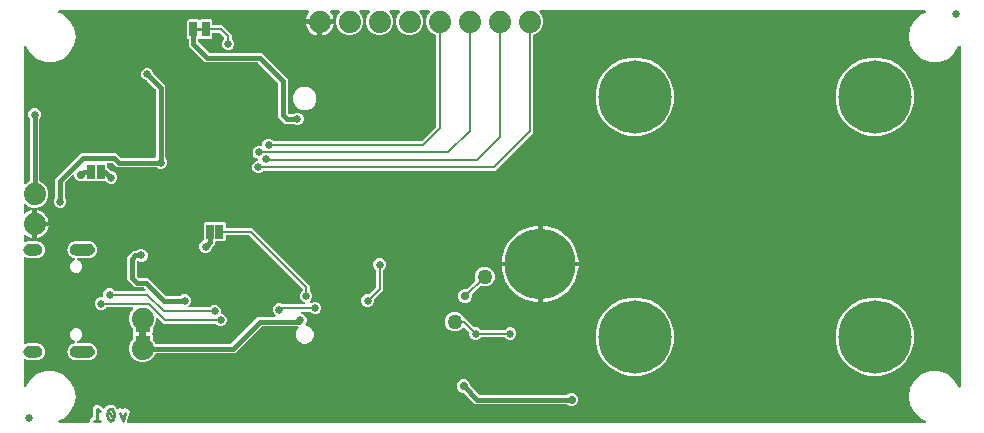
<source format=gbl>
G04 EAGLE Gerber RS-274X export*
G75*
%MOMM*%
%FSLAX34Y34*%
%LPD*%
%INBottom Copper*%
%IPPOS*%
%AMOC8*
5,1,8,0,0,1.08239X$1,22.5*%
G01*
%ADD10C,0.254000*%
%ADD11C,0.755600*%
%ADD12C,0.635000*%
%ADD13C,6.000000*%
%ADD14R,0.660400X1.270000*%
%ADD15R,1.270000X0.635000*%
%ADD16C,1.879600*%
%ADD17R,0.635000X1.270000*%
%ADD18C,1.270000*%
%ADD19C,6.197600*%
%ADD20C,0.660400*%
%ADD21C,0.203200*%
%ADD22C,0.406400*%
%ADD23C,0.736600*%

G36*
X58541Y3311D02*
X58541Y3311D01*
X58600Y3309D01*
X58682Y3331D01*
X58765Y3343D01*
X58818Y3366D01*
X58875Y3381D01*
X58947Y3424D01*
X59024Y3459D01*
X59069Y3497D01*
X59119Y3526D01*
X59177Y3588D01*
X59241Y3642D01*
X59274Y3691D01*
X59314Y3734D01*
X59352Y3809D01*
X59399Y3879D01*
X59417Y3935D01*
X59443Y3987D01*
X59455Y4055D01*
X59485Y4150D01*
X59487Y4250D01*
X59499Y4318D01*
X59499Y6448D01*
X61447Y8396D01*
X61504Y8411D01*
X61587Y8423D01*
X61641Y8446D01*
X61697Y8461D01*
X61770Y8504D01*
X61847Y8539D01*
X61891Y8577D01*
X61942Y8606D01*
X61999Y8668D01*
X62064Y8722D01*
X62096Y8771D01*
X62136Y8814D01*
X62175Y8889D01*
X62221Y8959D01*
X62239Y9015D01*
X62266Y9067D01*
X62277Y9135D01*
X62307Y9230D01*
X62310Y9330D01*
X62321Y9398D01*
X62321Y15001D01*
X62312Y15064D01*
X62315Y15113D01*
X62186Y16269D01*
X62187Y16269D01*
X62243Y16365D01*
X62251Y16396D01*
X62266Y16424D01*
X62278Y16501D01*
X62301Y16588D01*
X63119Y17406D01*
X63158Y17457D01*
X63194Y17490D01*
X63921Y18398D01*
X64029Y18426D01*
X64056Y18442D01*
X64086Y18452D01*
X64150Y18497D01*
X64227Y18543D01*
X65385Y18543D01*
X65448Y18552D01*
X65497Y18549D01*
X66653Y18677D01*
X66749Y18620D01*
X66779Y18613D01*
X66807Y18598D01*
X66885Y18585D01*
X66972Y18563D01*
X67790Y17744D01*
X67841Y17706D01*
X67874Y17670D01*
X70694Y15413D01*
X70772Y15367D01*
X70845Y15313D01*
X70894Y15295D01*
X70939Y15268D01*
X71027Y15246D01*
X71111Y15214D01*
X71164Y15210D01*
X71214Y15197D01*
X71305Y15200D01*
X71395Y15193D01*
X71446Y15204D01*
X71498Y15205D01*
X71584Y15232D01*
X71673Y15251D01*
X71720Y15275D01*
X71769Y15291D01*
X71844Y15342D01*
X71924Y15384D01*
X71962Y15420D01*
X72005Y15449D01*
X72064Y15519D01*
X72129Y15581D01*
X72151Y15622D01*
X72189Y15667D01*
X72252Y15808D01*
X72289Y15877D01*
X72514Y16534D01*
X75326Y18543D01*
X78781Y18543D01*
X81593Y16534D01*
X81994Y15366D01*
X82018Y15318D01*
X82034Y15266D01*
X82082Y15192D01*
X82123Y15113D01*
X82160Y15073D01*
X82189Y15028D01*
X82256Y14970D01*
X82317Y14905D01*
X82363Y14877D01*
X82404Y14842D01*
X82485Y14805D01*
X82561Y14759D01*
X82613Y14745D01*
X82662Y14723D01*
X82750Y14709D01*
X82836Y14687D01*
X82890Y14688D01*
X82944Y14680D01*
X83014Y14691D01*
X83120Y14694D01*
X83210Y14722D01*
X83275Y14732D01*
X85336Y15419D01*
X86887Y14644D01*
X86903Y14639D01*
X86917Y14629D01*
X87038Y14593D01*
X87156Y14554D01*
X87173Y14553D01*
X87190Y14548D01*
X87316Y14547D01*
X87440Y14542D01*
X87457Y14546D01*
X87474Y14546D01*
X87542Y14566D01*
X87717Y14609D01*
X87758Y14633D01*
X87795Y14644D01*
X89345Y15419D01*
X91941Y14554D01*
X93164Y12107D01*
X90929Y5401D01*
X90926Y5386D01*
X90920Y5372D01*
X90901Y5246D01*
X90878Y5121D01*
X90879Y5106D01*
X90877Y5091D01*
X90888Y5023D01*
X90906Y4839D01*
X90909Y4831D01*
X90879Y4772D01*
X90877Y4764D01*
X90872Y4757D01*
X90831Y4629D01*
X90789Y4503D01*
X90789Y4494D01*
X90786Y4486D01*
X90783Y4353D01*
X90777Y4218D01*
X90779Y4210D01*
X90779Y4202D01*
X90812Y4073D01*
X90844Y3942D01*
X90848Y3935D01*
X90851Y3927D01*
X90919Y3812D01*
X90985Y3695D01*
X90991Y3690D01*
X90996Y3682D01*
X91094Y3590D01*
X91189Y3498D01*
X91197Y3494D01*
X91203Y3488D01*
X91322Y3427D01*
X91440Y3364D01*
X91449Y3362D01*
X91456Y3358D01*
X91508Y3350D01*
X91718Y3305D01*
X91757Y3308D01*
X91787Y3303D01*
X766527Y3303D01*
X766634Y3318D01*
X766741Y3326D01*
X766774Y3338D01*
X766808Y3343D01*
X766907Y3387D01*
X767008Y3424D01*
X767036Y3445D01*
X767068Y3459D01*
X767150Y3529D01*
X767237Y3592D01*
X767258Y3620D01*
X767285Y3642D01*
X767345Y3732D01*
X767410Y3818D01*
X767423Y3850D01*
X767442Y3879D01*
X767475Y3982D01*
X767515Y4082D01*
X767518Y4117D01*
X767528Y4150D01*
X767531Y4258D01*
X767541Y4365D01*
X767535Y4400D01*
X767536Y4434D01*
X767508Y4539D01*
X767488Y4645D01*
X767473Y4676D01*
X767464Y4709D01*
X767409Y4802D01*
X767360Y4898D01*
X767336Y4924D01*
X767318Y4954D01*
X767240Y5028D01*
X767166Y5107D01*
X767139Y5122D01*
X767111Y5148D01*
X766920Y5246D01*
X766874Y5272D01*
X763738Y6413D01*
X757905Y11308D01*
X754098Y17902D01*
X752776Y25400D01*
X754098Y32898D01*
X757905Y39492D01*
X763738Y44387D01*
X770893Y46991D01*
X778507Y46991D01*
X785662Y44387D01*
X791495Y39492D01*
X794903Y33589D01*
X794915Y33574D01*
X794923Y33556D01*
X795002Y33462D01*
X795078Y33365D01*
X795094Y33354D01*
X795107Y33339D01*
X795209Y33271D01*
X795308Y33199D01*
X795327Y33192D01*
X795343Y33181D01*
X795460Y33144D01*
X795576Y33103D01*
X795596Y33101D01*
X795614Y33096D01*
X795737Y33092D01*
X795860Y33085D01*
X795879Y33089D01*
X795898Y33088D01*
X796017Y33119D01*
X796137Y33146D01*
X796155Y33155D01*
X796173Y33160D01*
X796279Y33223D01*
X796387Y33282D01*
X796401Y33295D01*
X796418Y33305D01*
X796502Y33395D01*
X796589Y33481D01*
X796599Y33498D01*
X796612Y33513D01*
X796668Y33622D01*
X796728Y33729D01*
X796733Y33748D01*
X796742Y33766D01*
X796754Y33838D01*
X796793Y34006D01*
X796791Y34057D01*
X796797Y34097D01*
X796797Y321503D01*
X796795Y321523D01*
X796797Y321542D01*
X796775Y321663D01*
X796757Y321785D01*
X796749Y321802D01*
X796746Y321822D01*
X796691Y321932D01*
X796641Y322044D01*
X796629Y322059D01*
X796620Y322077D01*
X796537Y322167D01*
X796458Y322261D01*
X796441Y322272D01*
X796428Y322286D01*
X796323Y322351D01*
X796221Y322419D01*
X796202Y322425D01*
X796186Y322435D01*
X796067Y322467D01*
X795950Y322504D01*
X795930Y322505D01*
X795911Y322510D01*
X795789Y322509D01*
X795666Y322512D01*
X795647Y322507D01*
X795627Y322507D01*
X795509Y322471D01*
X795391Y322440D01*
X795374Y322430D01*
X795355Y322424D01*
X795252Y322357D01*
X795146Y322295D01*
X795133Y322280D01*
X795116Y322270D01*
X795070Y322213D01*
X794952Y322087D01*
X794928Y322042D01*
X794903Y322011D01*
X791495Y316108D01*
X785662Y311213D01*
X778507Y308609D01*
X770893Y308609D01*
X763738Y311213D01*
X757905Y316108D01*
X754098Y322702D01*
X752776Y330200D01*
X754098Y337698D01*
X757905Y344292D01*
X763738Y349187D01*
X766874Y350328D01*
X766969Y350379D01*
X767068Y350423D01*
X767094Y350445D01*
X767125Y350462D01*
X767202Y350537D01*
X767285Y350607D01*
X767304Y350635D01*
X767329Y350660D01*
X767383Y350753D01*
X767442Y350843D01*
X767453Y350876D01*
X767470Y350906D01*
X767496Y351011D01*
X767528Y351114D01*
X767529Y351149D01*
X767537Y351183D01*
X767533Y351290D01*
X767536Y351398D01*
X767527Y351432D01*
X767525Y351467D01*
X767491Y351569D01*
X767464Y351673D01*
X767446Y351703D01*
X767435Y351736D01*
X767374Y351825D01*
X767318Y351918D01*
X767293Y351942D01*
X767273Y351970D01*
X767190Y352038D01*
X767111Y352112D01*
X767080Y352128D01*
X767053Y352150D01*
X766954Y352193D01*
X766858Y352242D01*
X766827Y352247D01*
X766792Y352262D01*
X766580Y352288D01*
X766527Y352297D01*
X441019Y352297D01*
X440990Y352293D01*
X440961Y352296D01*
X440850Y352273D01*
X440738Y352257D01*
X440711Y352245D01*
X440682Y352240D01*
X440582Y352187D01*
X440478Y352141D01*
X440456Y352122D01*
X440430Y352109D01*
X440348Y352031D01*
X440261Y351958D01*
X440245Y351933D01*
X440224Y351913D01*
X440167Y351815D01*
X440104Y351721D01*
X440095Y351693D01*
X440080Y351668D01*
X440052Y351558D01*
X440018Y351450D01*
X440017Y351420D01*
X440010Y351392D01*
X440014Y351279D01*
X440011Y351166D01*
X440018Y351137D01*
X440019Y351108D01*
X440054Y351000D01*
X440082Y350891D01*
X440097Y350865D01*
X440106Y350837D01*
X440152Y350773D01*
X440228Y350646D01*
X440273Y350603D01*
X440301Y350564D01*
X441491Y349375D01*
X443231Y345174D01*
X443231Y340626D01*
X441490Y336425D01*
X438275Y333210D01*
X435475Y332050D01*
X435474Y332049D01*
X435473Y332049D01*
X435354Y331978D01*
X435231Y331905D01*
X435230Y331904D01*
X435228Y331903D01*
X435131Y331800D01*
X435035Y331699D01*
X435035Y331697D01*
X435034Y331696D01*
X434969Y331570D01*
X434905Y331446D01*
X434905Y331444D01*
X434904Y331443D01*
X434902Y331428D01*
X434850Y331167D01*
X434853Y331137D01*
X434849Y331112D01*
X434849Y248927D01*
X402583Y216661D01*
X206846Y216661D01*
X206760Y216649D01*
X206672Y216646D01*
X206620Y216629D01*
X206565Y216621D01*
X206485Y216586D01*
X206402Y216559D01*
X206362Y216531D01*
X206305Y216505D01*
X206192Y216409D01*
X206128Y216364D01*
X204952Y215187D01*
X202991Y214375D01*
X200869Y214375D01*
X198908Y215187D01*
X197407Y216688D01*
X196595Y218649D01*
X196595Y220771D01*
X197407Y222732D01*
X198908Y224233D01*
X200869Y225045D01*
X200952Y225045D01*
X201038Y225057D01*
X201123Y225059D01*
X201178Y225077D01*
X201234Y225085D01*
X201312Y225120D01*
X201394Y225146D01*
X201441Y225178D01*
X201493Y225201D01*
X201559Y225256D01*
X201630Y225304D01*
X201667Y225348D01*
X201710Y225384D01*
X201758Y225456D01*
X201813Y225522D01*
X201836Y225574D01*
X201868Y225621D01*
X201894Y225703D01*
X201929Y225782D01*
X201937Y225838D01*
X201954Y225892D01*
X201956Y225978D01*
X201968Y226063D01*
X201960Y226119D01*
X201961Y226176D01*
X201939Y226259D01*
X201927Y226345D01*
X201904Y226396D01*
X201889Y226451D01*
X201845Y226525D01*
X201810Y226604D01*
X201773Y226647D01*
X201744Y226696D01*
X201681Y226755D01*
X201626Y226820D01*
X201584Y226846D01*
X201537Y226890D01*
X201407Y226956D01*
X201341Y226998D01*
X199500Y227760D01*
X197999Y229261D01*
X197187Y231222D01*
X197187Y233344D01*
X197999Y235305D01*
X199500Y236806D01*
X201461Y237618D01*
X203583Y237618D01*
X204081Y237411D01*
X204193Y237383D01*
X204302Y237348D01*
X204330Y237347D01*
X204357Y237340D01*
X204471Y237344D01*
X204586Y237341D01*
X204613Y237348D01*
X204641Y237349D01*
X204750Y237383D01*
X204861Y237413D01*
X204885Y237427D01*
X204912Y237435D01*
X205007Y237499D01*
X205106Y237558D01*
X205125Y237578D01*
X205148Y237593D01*
X205222Y237681D01*
X205300Y237765D01*
X205313Y237790D01*
X205331Y237811D01*
X205378Y237916D01*
X205430Y238018D01*
X205434Y238043D01*
X205446Y238071D01*
X205483Y238335D01*
X205485Y238349D01*
X205485Y239440D01*
X206297Y241401D01*
X207798Y242902D01*
X209759Y243714D01*
X211881Y243714D01*
X213842Y242902D01*
X215018Y241725D01*
X215088Y241673D01*
X215152Y241613D01*
X215201Y241587D01*
X215246Y241554D01*
X215327Y241523D01*
X215405Y241483D01*
X215453Y241475D01*
X215511Y241453D01*
X215659Y241441D01*
X215736Y241428D01*
X339566Y241428D01*
X339652Y241440D01*
X339740Y241443D01*
X339792Y241460D01*
X339847Y241468D01*
X339927Y241503D01*
X340010Y241530D01*
X340049Y241558D01*
X340107Y241584D01*
X340220Y241680D01*
X340284Y241725D01*
X352254Y253695D01*
X352306Y253765D01*
X352366Y253829D01*
X352392Y253879D01*
X352425Y253923D01*
X352456Y254004D01*
X352496Y254082D01*
X352504Y254130D01*
X352526Y254188D01*
X352538Y254336D01*
X352551Y254413D01*
X352551Y331112D01*
X352551Y331113D01*
X352551Y331115D01*
X352531Y331255D01*
X352511Y331393D01*
X352511Y331395D01*
X352511Y331396D01*
X352454Y331522D01*
X352395Y331653D01*
X352394Y331654D01*
X352393Y331655D01*
X352303Y331762D01*
X352212Y331870D01*
X352210Y331871D01*
X352209Y331872D01*
X352196Y331880D01*
X351975Y332027D01*
X351946Y332037D01*
X351925Y332050D01*
X349125Y333210D01*
X345910Y336425D01*
X344169Y340626D01*
X344169Y345174D01*
X345909Y349375D01*
X347099Y350564D01*
X347116Y350588D01*
X347139Y350607D01*
X347201Y350701D01*
X347270Y350791D01*
X347280Y350819D01*
X347296Y350843D01*
X347330Y350951D01*
X347371Y351057D01*
X347373Y351086D01*
X347382Y351114D01*
X347385Y351228D01*
X347394Y351340D01*
X347389Y351369D01*
X347389Y351398D01*
X347361Y351508D01*
X347338Y351619D01*
X347325Y351645D01*
X347318Y351673D01*
X347260Y351771D01*
X347207Y351871D01*
X347187Y351893D01*
X347172Y351918D01*
X347090Y351995D01*
X347012Y352077D01*
X346986Y352092D01*
X346965Y352112D01*
X346864Y352164D01*
X346766Y352221D01*
X346738Y352228D01*
X346712Y352242D01*
X346634Y352255D01*
X346491Y352291D01*
X346428Y352289D01*
X346381Y352297D01*
X339419Y352297D01*
X339390Y352293D01*
X339361Y352296D01*
X339250Y352273D01*
X339138Y352257D01*
X339111Y352245D01*
X339082Y352240D01*
X338982Y352187D01*
X338878Y352141D01*
X338856Y352122D01*
X338830Y352109D01*
X338748Y352031D01*
X338661Y351958D01*
X338645Y351933D01*
X338624Y351913D01*
X338567Y351815D01*
X338504Y351721D01*
X338495Y351693D01*
X338480Y351668D01*
X338452Y351558D01*
X338418Y351450D01*
X338417Y351420D01*
X338410Y351392D01*
X338414Y351279D01*
X338411Y351166D01*
X338418Y351137D01*
X338419Y351108D01*
X338454Y351000D01*
X338482Y350891D01*
X338497Y350865D01*
X338506Y350837D01*
X338552Y350773D01*
X338628Y350646D01*
X338673Y350603D01*
X338701Y350564D01*
X339891Y349375D01*
X341631Y345174D01*
X341631Y340626D01*
X339890Y336425D01*
X336675Y333210D01*
X332474Y331469D01*
X327926Y331469D01*
X323725Y333210D01*
X320510Y336425D01*
X318769Y340626D01*
X318769Y345174D01*
X320509Y349375D01*
X321699Y350564D01*
X321716Y350588D01*
X321739Y350607D01*
X321801Y350701D01*
X321870Y350791D01*
X321880Y350819D01*
X321896Y350843D01*
X321930Y350951D01*
X321971Y351057D01*
X321973Y351086D01*
X321982Y351114D01*
X321985Y351228D01*
X321994Y351340D01*
X321989Y351369D01*
X321989Y351398D01*
X321961Y351508D01*
X321938Y351619D01*
X321925Y351645D01*
X321918Y351673D01*
X321860Y351771D01*
X321807Y351871D01*
X321787Y351893D01*
X321772Y351918D01*
X321690Y351995D01*
X321612Y352077D01*
X321586Y352092D01*
X321565Y352112D01*
X321464Y352164D01*
X321366Y352221D01*
X321338Y352228D01*
X321312Y352242D01*
X321234Y352255D01*
X321091Y352291D01*
X321028Y352289D01*
X320981Y352297D01*
X314019Y352297D01*
X313990Y352293D01*
X313961Y352296D01*
X313850Y352273D01*
X313738Y352257D01*
X313711Y352245D01*
X313682Y352240D01*
X313582Y352187D01*
X313478Y352141D01*
X313456Y352122D01*
X313430Y352109D01*
X313348Y352031D01*
X313261Y351958D01*
X313245Y351933D01*
X313224Y351913D01*
X313167Y351815D01*
X313104Y351721D01*
X313095Y351693D01*
X313080Y351668D01*
X313052Y351558D01*
X313018Y351450D01*
X313017Y351420D01*
X313010Y351392D01*
X313014Y351279D01*
X313011Y351166D01*
X313018Y351137D01*
X313019Y351108D01*
X313054Y351000D01*
X313082Y350891D01*
X313097Y350865D01*
X313106Y350837D01*
X313152Y350773D01*
X313228Y350646D01*
X313273Y350603D01*
X313301Y350564D01*
X314491Y349375D01*
X316231Y345174D01*
X316231Y340626D01*
X314490Y336425D01*
X311275Y333210D01*
X307074Y331469D01*
X302526Y331469D01*
X298325Y333210D01*
X295110Y336425D01*
X293369Y340626D01*
X293369Y345174D01*
X295109Y349375D01*
X296299Y350564D01*
X296316Y350588D01*
X296339Y350607D01*
X296401Y350701D01*
X296470Y350791D01*
X296480Y350819D01*
X296496Y350843D01*
X296530Y350951D01*
X296571Y351057D01*
X296573Y351086D01*
X296582Y351114D01*
X296585Y351228D01*
X296594Y351340D01*
X296589Y351369D01*
X296589Y351398D01*
X296561Y351508D01*
X296538Y351619D01*
X296525Y351645D01*
X296518Y351673D01*
X296460Y351771D01*
X296407Y351871D01*
X296387Y351893D01*
X296372Y351918D01*
X296290Y351995D01*
X296212Y352077D01*
X296186Y352092D01*
X296165Y352112D01*
X296064Y352164D01*
X295966Y352221D01*
X295938Y352228D01*
X295912Y352242D01*
X295834Y352255D01*
X295691Y352291D01*
X295628Y352289D01*
X295581Y352297D01*
X288619Y352297D01*
X288590Y352293D01*
X288561Y352296D01*
X288450Y352273D01*
X288338Y352257D01*
X288311Y352245D01*
X288282Y352240D01*
X288182Y352187D01*
X288078Y352141D01*
X288056Y352122D01*
X288030Y352109D01*
X287948Y352031D01*
X287861Y351958D01*
X287845Y351933D01*
X287824Y351913D01*
X287767Y351815D01*
X287704Y351721D01*
X287695Y351693D01*
X287680Y351668D01*
X287652Y351558D01*
X287618Y351450D01*
X287617Y351420D01*
X287610Y351392D01*
X287614Y351279D01*
X287611Y351166D01*
X287618Y351137D01*
X287619Y351108D01*
X287654Y351000D01*
X287682Y350891D01*
X287697Y350865D01*
X287706Y350837D01*
X287752Y350773D01*
X287828Y350646D01*
X287873Y350603D01*
X287901Y350564D01*
X289091Y349375D01*
X290831Y345174D01*
X290831Y340626D01*
X289090Y336425D01*
X285875Y333210D01*
X281674Y331469D01*
X277126Y331469D01*
X272925Y333210D01*
X269710Y336425D01*
X267969Y340626D01*
X267969Y345174D01*
X269709Y349375D01*
X270899Y350564D01*
X270916Y350588D01*
X270939Y350607D01*
X271001Y350701D01*
X271070Y350791D01*
X271080Y350819D01*
X271096Y350843D01*
X271130Y350951D01*
X271171Y351057D01*
X271173Y351086D01*
X271182Y351114D01*
X271185Y351228D01*
X271194Y351340D01*
X271189Y351369D01*
X271189Y351398D01*
X271161Y351508D01*
X271138Y351619D01*
X271125Y351645D01*
X271118Y351673D01*
X271060Y351771D01*
X271007Y351871D01*
X270987Y351893D01*
X270972Y351918D01*
X270890Y351995D01*
X270812Y352077D01*
X270786Y352092D01*
X270765Y352112D01*
X270664Y352164D01*
X270566Y352221D01*
X270538Y352228D01*
X270512Y352242D01*
X270434Y352255D01*
X270291Y352291D01*
X270228Y352289D01*
X270181Y352297D01*
X263922Y352297D01*
X263831Y352284D01*
X263739Y352281D01*
X263691Y352265D01*
X263641Y352257D01*
X263556Y352220D01*
X263469Y352191D01*
X263428Y352162D01*
X263381Y352141D01*
X263311Y352082D01*
X263235Y352030D01*
X263203Y351990D01*
X263164Y351958D01*
X263113Y351881D01*
X263055Y351810D01*
X263035Y351763D01*
X263007Y351721D01*
X262979Y351633D01*
X262942Y351549D01*
X262936Y351498D01*
X262921Y351450D01*
X262918Y351358D01*
X262907Y351267D01*
X262915Y351216D01*
X262914Y351166D01*
X262937Y351077D01*
X262951Y350986D01*
X262971Y350946D01*
X262985Y350891D01*
X263066Y350754D01*
X263101Y350685D01*
X264211Y349157D01*
X265064Y347483D01*
X265645Y345696D01*
X265766Y344931D01*
X255016Y344931D01*
X254958Y344923D01*
X254900Y344925D01*
X254818Y344903D01*
X254735Y344891D01*
X254681Y344867D01*
X254625Y344853D01*
X254552Y344810D01*
X254475Y344775D01*
X254431Y344737D01*
X254380Y344707D01*
X254323Y344646D01*
X254258Y344591D01*
X254226Y344543D01*
X254186Y344500D01*
X254147Y344425D01*
X254101Y344355D01*
X254083Y344299D01*
X254056Y344247D01*
X254045Y344179D01*
X254015Y344084D01*
X254012Y343984D01*
X254001Y343916D01*
X254001Y342899D01*
X253999Y342899D01*
X253999Y343916D01*
X253991Y343974D01*
X253992Y344032D01*
X253971Y344114D01*
X253959Y344197D01*
X253935Y344251D01*
X253921Y344307D01*
X253878Y344380D01*
X253843Y344457D01*
X253805Y344502D01*
X253775Y344552D01*
X253714Y344610D01*
X253659Y344674D01*
X253611Y344706D01*
X253568Y344746D01*
X253493Y344785D01*
X253423Y344831D01*
X253367Y344849D01*
X253315Y344876D01*
X253247Y344887D01*
X253152Y344917D01*
X253052Y344920D01*
X252984Y344931D01*
X242234Y344931D01*
X242355Y345696D01*
X242936Y347483D01*
X243789Y349157D01*
X244899Y350685D01*
X244942Y350766D01*
X244993Y350843D01*
X245009Y350892D01*
X245033Y350936D01*
X245051Y351026D01*
X245079Y351114D01*
X245081Y351165D01*
X245091Y351215D01*
X245084Y351306D01*
X245086Y351398D01*
X245074Y351447D01*
X245070Y351498D01*
X245038Y351585D01*
X245015Y351673D01*
X244989Y351717D01*
X244971Y351765D01*
X244916Y351839D01*
X244869Y351918D01*
X244832Y351953D01*
X244802Y351993D01*
X244729Y352049D01*
X244662Y352112D01*
X244617Y352135D01*
X244577Y352166D01*
X244491Y352200D01*
X244409Y352242D01*
X244365Y352249D01*
X244312Y352270D01*
X244154Y352285D01*
X244078Y352297D01*
X33573Y352297D01*
X33466Y352282D01*
X33359Y352274D01*
X33326Y352262D01*
X33292Y352257D01*
X33193Y352213D01*
X33092Y352176D01*
X33064Y352155D01*
X33032Y352141D01*
X32950Y352071D01*
X32863Y352008D01*
X32842Y351980D01*
X32815Y351958D01*
X32755Y351868D01*
X32690Y351782D01*
X32677Y351750D01*
X32658Y351721D01*
X32625Y351618D01*
X32585Y351518D01*
X32582Y351483D01*
X32572Y351450D01*
X32569Y351342D01*
X32559Y351235D01*
X32565Y351200D01*
X32564Y351166D01*
X32592Y351061D01*
X32612Y350955D01*
X32627Y350924D01*
X32636Y350891D01*
X32691Y350798D01*
X32740Y350702D01*
X32764Y350676D01*
X32782Y350646D01*
X32860Y350572D01*
X32934Y350493D01*
X32961Y350478D01*
X32989Y350452D01*
X33180Y350354D01*
X33226Y350328D01*
X36362Y349187D01*
X42195Y344292D01*
X46002Y337698D01*
X47324Y330200D01*
X46002Y322702D01*
X42195Y316108D01*
X36362Y311213D01*
X29207Y308609D01*
X21593Y308609D01*
X14438Y311213D01*
X8605Y316108D01*
X5197Y322011D01*
X5185Y322026D01*
X5177Y322044D01*
X5098Y322138D01*
X5022Y322235D01*
X5006Y322246D01*
X4993Y322261D01*
X4891Y322329D01*
X4792Y322401D01*
X4773Y322408D01*
X4757Y322419D01*
X4640Y322456D01*
X4524Y322497D01*
X4504Y322499D01*
X4486Y322504D01*
X4363Y322508D01*
X4240Y322515D01*
X4221Y322511D01*
X4202Y322512D01*
X4083Y322481D01*
X3963Y322454D01*
X3945Y322445D01*
X3927Y322440D01*
X3821Y322377D01*
X3713Y322318D01*
X3699Y322305D01*
X3682Y322295D01*
X3598Y322205D01*
X3511Y322119D01*
X3501Y322102D01*
X3488Y322087D01*
X3432Y321978D01*
X3372Y321871D01*
X3367Y321852D01*
X3358Y321834D01*
X3346Y321762D01*
X3307Y321594D01*
X3309Y321543D01*
X3303Y321503D01*
X3303Y206069D01*
X3307Y206040D01*
X3304Y206011D01*
X3327Y205900D01*
X3343Y205788D01*
X3355Y205761D01*
X3360Y205732D01*
X3413Y205632D01*
X3459Y205528D01*
X3478Y205506D01*
X3491Y205480D01*
X3569Y205398D01*
X3642Y205311D01*
X3667Y205295D01*
X3687Y205274D01*
X3785Y205217D01*
X3879Y205154D01*
X3907Y205145D01*
X3932Y205130D01*
X4042Y205102D01*
X4150Y205068D01*
X4180Y205067D01*
X4208Y205060D01*
X4321Y205064D01*
X4434Y205061D01*
X4463Y205068D01*
X4492Y205069D01*
X4600Y205104D01*
X4709Y205132D01*
X4735Y205147D01*
X4763Y205156D01*
X4827Y205202D01*
X4954Y205278D01*
X4997Y205323D01*
X5036Y205351D01*
X6225Y206541D01*
X8009Y207279D01*
X8010Y207280D01*
X8011Y207280D01*
X8130Y207351D01*
X8253Y207424D01*
X8254Y207425D01*
X8256Y207426D01*
X8353Y207530D01*
X8449Y207630D01*
X8449Y207632D01*
X8450Y207633D01*
X8515Y207759D01*
X8579Y207883D01*
X8579Y207885D01*
X8580Y207886D01*
X8582Y207901D01*
X8634Y208162D01*
X8631Y208193D01*
X8635Y208217D01*
X8635Y260260D01*
X8623Y260346D01*
X8620Y260434D01*
X8603Y260486D01*
X8595Y260541D01*
X8560Y260621D01*
X8533Y260704D01*
X8505Y260744D01*
X8479Y260801D01*
X8383Y260914D01*
X8338Y260978D01*
X8177Y261138D01*
X7365Y263099D01*
X7365Y265221D01*
X8177Y267182D01*
X9678Y268683D01*
X11639Y269495D01*
X13761Y269495D01*
X15722Y268683D01*
X17223Y267182D01*
X18035Y265221D01*
X18035Y263099D01*
X17223Y261138D01*
X17062Y260978D01*
X17010Y260908D01*
X16950Y260844D01*
X16924Y260795D01*
X16891Y260750D01*
X16860Y260669D01*
X16820Y260591D01*
X16812Y260543D01*
X16790Y260485D01*
X16778Y260337D01*
X16765Y260260D01*
X16765Y208217D01*
X16765Y208216D01*
X16765Y208214D01*
X16785Y208074D01*
X16805Y207936D01*
X16805Y207934D01*
X16805Y207933D01*
X16862Y207807D01*
X16921Y207676D01*
X16922Y207675D01*
X16923Y207674D01*
X17014Y207567D01*
X17104Y207459D01*
X17106Y207458D01*
X17107Y207457D01*
X17120Y207449D01*
X17341Y207302D01*
X17370Y207292D01*
X17391Y207279D01*
X19175Y206540D01*
X22390Y203325D01*
X24131Y199124D01*
X24131Y194576D01*
X22390Y190375D01*
X19175Y187160D01*
X14974Y185419D01*
X10426Y185419D01*
X6225Y187159D01*
X5036Y188349D01*
X5012Y188366D01*
X4993Y188389D01*
X4899Y188451D01*
X4809Y188520D01*
X4781Y188530D01*
X4757Y188546D01*
X4649Y188580D01*
X4543Y188621D01*
X4514Y188623D01*
X4486Y188632D01*
X4372Y188635D01*
X4260Y188644D01*
X4231Y188639D01*
X4202Y188639D01*
X4092Y188611D01*
X3981Y188588D01*
X3955Y188575D01*
X3927Y188568D01*
X3829Y188510D01*
X3729Y188457D01*
X3707Y188437D01*
X3682Y188422D01*
X3605Y188340D01*
X3523Y188262D01*
X3508Y188236D01*
X3488Y188215D01*
X3436Y188114D01*
X3379Y188016D01*
X3372Y187988D01*
X3358Y187962D01*
X3345Y187884D01*
X3309Y187741D01*
X3311Y187678D01*
X3303Y187631D01*
X3303Y181372D01*
X3316Y181281D01*
X3319Y181189D01*
X3335Y181141D01*
X3343Y181091D01*
X3380Y181006D01*
X3409Y180919D01*
X3438Y180878D01*
X3459Y180831D01*
X3518Y180761D01*
X3570Y180685D01*
X3610Y180653D01*
X3642Y180614D01*
X3719Y180563D01*
X3790Y180505D01*
X3837Y180485D01*
X3879Y180457D01*
X3967Y180429D01*
X4051Y180392D01*
X4102Y180386D01*
X4150Y180371D01*
X4242Y180368D01*
X4333Y180357D01*
X4384Y180365D01*
X4434Y180364D01*
X4523Y180387D01*
X4614Y180401D01*
X4654Y180421D01*
X4709Y180435D01*
X4846Y180516D01*
X4915Y180551D01*
X6443Y181661D01*
X8117Y182514D01*
X9904Y183095D01*
X10669Y183216D01*
X10669Y172466D01*
X10677Y172408D01*
X10675Y172350D01*
X10697Y172268D01*
X10709Y172185D01*
X10733Y172131D01*
X10747Y172075D01*
X10790Y172002D01*
X10825Y171925D01*
X10863Y171881D01*
X10893Y171830D01*
X10954Y171773D01*
X11009Y171708D01*
X11057Y171676D01*
X11100Y171636D01*
X11175Y171597D01*
X11245Y171551D01*
X11301Y171533D01*
X11353Y171506D01*
X11421Y171495D01*
X11516Y171465D01*
X11616Y171462D01*
X11684Y171451D01*
X12701Y171451D01*
X12701Y171449D01*
X11684Y171449D01*
X11626Y171441D01*
X11568Y171442D01*
X11486Y171421D01*
X11403Y171409D01*
X11349Y171385D01*
X11293Y171371D01*
X11220Y171328D01*
X11143Y171293D01*
X11098Y171255D01*
X11048Y171225D01*
X10990Y171164D01*
X10926Y171109D01*
X10894Y171061D01*
X10854Y171018D01*
X10815Y170943D01*
X10769Y170873D01*
X10751Y170817D01*
X10724Y170765D01*
X10713Y170697D01*
X10683Y170602D01*
X10680Y170502D01*
X10669Y170434D01*
X10669Y159684D01*
X9904Y159805D01*
X8117Y160386D01*
X6443Y161239D01*
X4915Y162349D01*
X4834Y162392D01*
X4757Y162443D01*
X4708Y162459D01*
X4664Y162483D01*
X4574Y162501D01*
X4486Y162529D01*
X4435Y162531D01*
X4385Y162541D01*
X4294Y162534D01*
X4202Y162536D01*
X4153Y162524D01*
X4102Y162520D01*
X4015Y162488D01*
X3927Y162465D01*
X3883Y162439D01*
X3835Y162421D01*
X3761Y162366D01*
X3682Y162319D01*
X3647Y162282D01*
X3607Y162252D01*
X3551Y162179D01*
X3488Y162112D01*
X3465Y162067D01*
X3434Y162027D01*
X3400Y161941D01*
X3358Y161859D01*
X3351Y161815D01*
X3330Y161762D01*
X3315Y161604D01*
X3303Y161528D01*
X3303Y157020D01*
X3315Y156934D01*
X3317Y156847D01*
X3335Y156794D01*
X3343Y156738D01*
X3378Y156659D01*
X3404Y156577D01*
X3436Y156530D01*
X3459Y156479D01*
X3515Y156413D01*
X3563Y156341D01*
X3606Y156305D01*
X3642Y156262D01*
X3715Y156214D01*
X3781Y156158D01*
X3832Y156135D01*
X3879Y156104D01*
X3962Y156078D01*
X4041Y156043D01*
X4097Y156035D01*
X4150Y156018D01*
X4237Y156016D01*
X4322Y156004D01*
X4371Y156013D01*
X4434Y156011D01*
X4576Y156048D01*
X4653Y156061D01*
X5093Y156215D01*
X5226Y156284D01*
X5298Y156314D01*
X5891Y156687D01*
X6587Y156765D01*
X6732Y156802D01*
X6809Y156816D01*
X7315Y156993D01*
X7351Y156987D01*
X7445Y156957D01*
X7546Y156954D01*
X7614Y156943D01*
X8106Y156943D01*
X8170Y156952D01*
X8220Y156949D01*
X8955Y157032D01*
X8976Y157020D01*
X9006Y157012D01*
X9033Y156998D01*
X9110Y156985D01*
X9251Y156949D01*
X9315Y156951D01*
X9364Y156943D01*
X13196Y156943D01*
X13226Y156947D01*
X13257Y156945D01*
X13367Y156967D01*
X13477Y156983D01*
X13505Y156995D01*
X13536Y157001D01*
X13593Y157033D01*
X14340Y156949D01*
X14405Y156951D01*
X14454Y156943D01*
X14946Y156943D01*
X15005Y156951D01*
X15064Y156950D01*
X15130Y156969D01*
X15227Y156983D01*
X15248Y156992D01*
X15751Y156816D01*
X15897Y156787D01*
X15973Y156765D01*
X16669Y156687D01*
X17262Y156314D01*
X17398Y156253D01*
X17467Y156215D01*
X18128Y155984D01*
X18623Y155489D01*
X18742Y155399D01*
X18801Y155347D01*
X19394Y154974D01*
X19767Y154381D01*
X19863Y154267D01*
X19909Y154203D01*
X20404Y153708D01*
X20635Y153047D01*
X20704Y152914D01*
X20734Y152842D01*
X21107Y152249D01*
X21185Y151553D01*
X21222Y151408D01*
X21236Y151331D01*
X21467Y150670D01*
X21389Y149974D01*
X21393Y149824D01*
X21389Y149746D01*
X21467Y149050D01*
X21236Y148389D01*
X21207Y148243D01*
X21185Y148167D01*
X21107Y147471D01*
X20734Y146878D01*
X20673Y146742D01*
X20635Y146673D01*
X20404Y146012D01*
X19909Y145517D01*
X19819Y145397D01*
X19767Y145339D01*
X19394Y144746D01*
X18801Y144373D01*
X18687Y144277D01*
X18623Y144231D01*
X18128Y143736D01*
X17467Y143505D01*
X17334Y143436D01*
X17262Y143406D01*
X17016Y143251D01*
X17015Y143251D01*
X16669Y143033D01*
X15973Y142955D01*
X15828Y142918D01*
X15751Y142904D01*
X15245Y142727D01*
X15209Y142733D01*
X15115Y142763D01*
X15014Y142766D01*
X14946Y142777D01*
X14454Y142777D01*
X14390Y142768D01*
X14340Y142771D01*
X13605Y142688D01*
X13584Y142700D01*
X13554Y142708D01*
X13527Y142722D01*
X13450Y142735D01*
X13309Y142771D01*
X13245Y142769D01*
X13196Y142777D01*
X9364Y142777D01*
X9334Y142773D01*
X9303Y142775D01*
X9193Y142753D01*
X9083Y142737D01*
X9055Y142725D01*
X9024Y142719D01*
X8967Y142687D01*
X8220Y142771D01*
X8155Y142769D01*
X8106Y142777D01*
X7614Y142777D01*
X7555Y142769D01*
X7496Y142770D01*
X7430Y142751D01*
X7333Y142737D01*
X7312Y142728D01*
X6809Y142904D01*
X6663Y142933D01*
X6587Y142955D01*
X5891Y143033D01*
X5298Y143406D01*
X5162Y143467D01*
X5093Y143505D01*
X4653Y143659D01*
X4568Y143675D01*
X4486Y143702D01*
X4430Y143703D01*
X4374Y143714D01*
X4288Y143707D01*
X4202Y143709D01*
X4147Y143695D01*
X4091Y143690D01*
X4010Y143659D01*
X3927Y143637D01*
X3878Y143608D01*
X3826Y143588D01*
X3757Y143536D01*
X3682Y143492D01*
X3644Y143451D01*
X3599Y143417D01*
X3547Y143348D01*
X3488Y143284D01*
X3462Y143234D01*
X3428Y143189D01*
X3398Y143108D01*
X3358Y143031D01*
X3350Y142983D01*
X3328Y142924D01*
X3316Y142778D01*
X3303Y142700D01*
X3303Y70660D01*
X3315Y70574D01*
X3317Y70487D01*
X3335Y70434D01*
X3343Y70378D01*
X3378Y70299D01*
X3404Y70217D01*
X3436Y70170D01*
X3459Y70119D01*
X3515Y70053D01*
X3563Y69981D01*
X3606Y69945D01*
X3642Y69902D01*
X3715Y69854D01*
X3781Y69798D01*
X3832Y69775D01*
X3879Y69744D01*
X3962Y69718D01*
X4041Y69683D01*
X4097Y69675D01*
X4150Y69658D01*
X4237Y69656D01*
X4322Y69644D01*
X4371Y69653D01*
X4434Y69651D01*
X4576Y69688D01*
X4653Y69701D01*
X5093Y69855D01*
X5226Y69924D01*
X5298Y69954D01*
X5891Y70327D01*
X6587Y70405D01*
X6732Y70442D01*
X6809Y70456D01*
X7315Y70633D01*
X7351Y70627D01*
X7445Y70597D01*
X7546Y70594D01*
X7614Y70583D01*
X8106Y70583D01*
X8170Y70592D01*
X8220Y70589D01*
X8955Y70672D01*
X8976Y70660D01*
X9006Y70652D01*
X9033Y70638D01*
X9110Y70625D01*
X9251Y70589D01*
X9315Y70591D01*
X9364Y70583D01*
X13196Y70583D01*
X13226Y70587D01*
X13257Y70585D01*
X13367Y70607D01*
X13477Y70623D01*
X13505Y70635D01*
X13536Y70641D01*
X13593Y70673D01*
X14340Y70589D01*
X14405Y70591D01*
X14454Y70583D01*
X14946Y70583D01*
X15005Y70591D01*
X15064Y70590D01*
X15130Y70609D01*
X15227Y70623D01*
X15248Y70632D01*
X15751Y70456D01*
X15897Y70427D01*
X15973Y70405D01*
X16669Y70327D01*
X17262Y69954D01*
X17398Y69893D01*
X17467Y69855D01*
X18128Y69624D01*
X18623Y69129D01*
X18742Y69039D01*
X18801Y68987D01*
X19394Y68614D01*
X19767Y68021D01*
X19863Y67907D01*
X19909Y67843D01*
X20404Y67348D01*
X20635Y66687D01*
X20704Y66554D01*
X20734Y66482D01*
X21107Y65889D01*
X21185Y65193D01*
X21222Y65048D01*
X21236Y64971D01*
X21467Y64310D01*
X21389Y63614D01*
X21393Y63464D01*
X21389Y63386D01*
X21467Y62690D01*
X21236Y62029D01*
X21207Y61883D01*
X21185Y61807D01*
X21107Y61111D01*
X20734Y60518D01*
X20673Y60382D01*
X20635Y60313D01*
X20404Y59652D01*
X19909Y59157D01*
X19819Y59038D01*
X19767Y58979D01*
X19394Y58386D01*
X18801Y58013D01*
X18687Y57917D01*
X18623Y57871D01*
X18128Y57376D01*
X17467Y57145D01*
X17334Y57076D01*
X17262Y57046D01*
X17117Y56955D01*
X16669Y56673D01*
X15973Y56595D01*
X15828Y56558D01*
X15751Y56544D01*
X15245Y56367D01*
X15209Y56373D01*
X15115Y56403D01*
X15014Y56406D01*
X14946Y56417D01*
X14454Y56417D01*
X14390Y56408D01*
X14340Y56411D01*
X13605Y56328D01*
X13584Y56340D01*
X13554Y56348D01*
X13527Y56362D01*
X13450Y56375D01*
X13309Y56411D01*
X13245Y56409D01*
X13196Y56417D01*
X9364Y56417D01*
X9334Y56413D01*
X9303Y56415D01*
X9193Y56393D01*
X9083Y56377D01*
X9055Y56365D01*
X9024Y56359D01*
X8967Y56327D01*
X8220Y56411D01*
X8155Y56409D01*
X8106Y56417D01*
X7614Y56417D01*
X7555Y56409D01*
X7496Y56410D01*
X7430Y56391D01*
X7333Y56377D01*
X7312Y56368D01*
X6809Y56544D01*
X6663Y56573D01*
X6587Y56595D01*
X5891Y56673D01*
X5298Y57046D01*
X5162Y57107D01*
X5093Y57145D01*
X4653Y57299D01*
X4568Y57315D01*
X4486Y57342D01*
X4430Y57343D01*
X4374Y57354D01*
X4288Y57347D01*
X4202Y57349D01*
X4147Y57335D01*
X4091Y57330D01*
X4010Y57299D01*
X3927Y57277D01*
X3878Y57248D01*
X3826Y57228D01*
X3757Y57176D01*
X3682Y57132D01*
X3644Y57091D01*
X3599Y57057D01*
X3547Y56988D01*
X3488Y56924D01*
X3462Y56874D01*
X3428Y56829D01*
X3398Y56748D01*
X3358Y56671D01*
X3350Y56623D01*
X3328Y56564D01*
X3316Y56418D01*
X3303Y56340D01*
X3303Y34097D01*
X3305Y34077D01*
X3303Y34058D01*
X3325Y33937D01*
X3343Y33815D01*
X3351Y33797D01*
X3354Y33778D01*
X3409Y33668D01*
X3459Y33556D01*
X3471Y33541D01*
X3480Y33523D01*
X3563Y33433D01*
X3642Y33339D01*
X3659Y33328D01*
X3672Y33314D01*
X3777Y33249D01*
X3879Y33181D01*
X3898Y33175D01*
X3914Y33165D01*
X4033Y33133D01*
X4150Y33096D01*
X4170Y33095D01*
X4189Y33090D01*
X4311Y33091D01*
X4434Y33088D01*
X4453Y33093D01*
X4473Y33093D01*
X4591Y33129D01*
X4709Y33160D01*
X4726Y33170D01*
X4745Y33176D01*
X4848Y33243D01*
X4954Y33305D01*
X4967Y33320D01*
X4984Y33330D01*
X5030Y33387D01*
X5148Y33513D01*
X5172Y33558D01*
X5197Y33589D01*
X8605Y39492D01*
X14438Y44387D01*
X21593Y46991D01*
X29207Y46991D01*
X36362Y44387D01*
X42195Y39492D01*
X46002Y32898D01*
X47324Y25400D01*
X46002Y17902D01*
X42195Y11308D01*
X36362Y6413D01*
X33226Y5272D01*
X33131Y5221D01*
X33032Y5177D01*
X33006Y5155D01*
X32975Y5138D01*
X32898Y5063D01*
X32815Y4993D01*
X32796Y4965D01*
X32771Y4940D01*
X32717Y4847D01*
X32658Y4757D01*
X32647Y4724D01*
X32630Y4694D01*
X32604Y4589D01*
X32572Y4486D01*
X32571Y4451D01*
X32563Y4417D01*
X32567Y4310D01*
X32564Y4202D01*
X32573Y4168D01*
X32575Y4133D01*
X32609Y4031D01*
X32636Y3927D01*
X32654Y3897D01*
X32665Y3864D01*
X32726Y3775D01*
X32782Y3682D01*
X32807Y3658D01*
X32827Y3630D01*
X32910Y3562D01*
X32989Y3488D01*
X33020Y3472D01*
X33047Y3450D01*
X33146Y3407D01*
X33242Y3358D01*
X33273Y3353D01*
X33308Y3338D01*
X33520Y3312D01*
X33573Y3303D01*
X58484Y3303D01*
X58541Y3311D01*
G37*
%LPC*%
G36*
X101866Y54609D02*
X101866Y54609D01*
X97665Y56350D01*
X94450Y59565D01*
X92709Y63766D01*
X92709Y68314D01*
X94450Y72515D01*
X95460Y73525D01*
X95512Y73595D01*
X95572Y73659D01*
X95598Y73708D01*
X95631Y73753D01*
X95662Y73834D01*
X95702Y73912D01*
X95710Y73960D01*
X95732Y74018D01*
X95744Y74166D01*
X95757Y74243D01*
X95757Y77677D01*
X96102Y78022D01*
X96137Y78069D01*
X96180Y78109D01*
X96223Y78182D01*
X96273Y78249D01*
X96294Y78304D01*
X96324Y78354D01*
X96345Y78436D01*
X96375Y78515D01*
X96379Y78573D01*
X96394Y78630D01*
X96391Y78714D01*
X96398Y78798D01*
X96387Y78856D01*
X96385Y78914D01*
X96359Y78994D01*
X96342Y79077D01*
X96315Y79129D01*
X96297Y79185D01*
X96257Y79241D01*
X96211Y79329D01*
X96143Y79402D01*
X96102Y79458D01*
X95757Y79803D01*
X95757Y83237D01*
X95745Y83323D01*
X95742Y83411D01*
X95725Y83463D01*
X95717Y83518D01*
X95682Y83598D01*
X95655Y83681D01*
X95627Y83721D01*
X95601Y83778D01*
X95505Y83891D01*
X95460Y83955D01*
X94450Y84965D01*
X92709Y89166D01*
X92709Y93714D01*
X94449Y97915D01*
X95893Y99358D01*
X95910Y99382D01*
X95933Y99401D01*
X95995Y99495D01*
X96064Y99585D01*
X96074Y99613D01*
X96090Y99637D01*
X96124Y99745D01*
X96165Y99851D01*
X96167Y99880D01*
X96176Y99908D01*
X96179Y100022D01*
X96188Y100134D01*
X96183Y100163D01*
X96183Y100192D01*
X96155Y100302D01*
X96132Y100413D01*
X96119Y100439D01*
X96112Y100467D01*
X96054Y100565D01*
X96001Y100665D01*
X95981Y100687D01*
X95966Y100712D01*
X95884Y100789D01*
X95806Y100871D01*
X95780Y100886D01*
X95759Y100906D01*
X95658Y100958D01*
X95560Y101015D01*
X95532Y101022D01*
X95506Y101036D01*
X95428Y101049D01*
X95285Y101085D01*
X95222Y101083D01*
X95175Y101091D01*
X73826Y101091D01*
X73740Y101079D01*
X73652Y101076D01*
X73600Y101059D01*
X73545Y101051D01*
X73465Y101016D01*
X73382Y100989D01*
X73342Y100961D01*
X73285Y100935D01*
X73172Y100839D01*
X73108Y100794D01*
X71932Y99617D01*
X69971Y98805D01*
X67849Y98805D01*
X65888Y99617D01*
X64387Y101118D01*
X63575Y103079D01*
X63575Y105201D01*
X64387Y107162D01*
X65888Y108663D01*
X67849Y109475D01*
X69850Y109475D01*
X69908Y109483D01*
X69966Y109481D01*
X70048Y109503D01*
X70132Y109515D01*
X70185Y109538D01*
X70241Y109553D01*
X70314Y109596D01*
X70391Y109631D01*
X70436Y109669D01*
X70486Y109698D01*
X70544Y109760D01*
X70608Y109814D01*
X70640Y109863D01*
X70680Y109906D01*
X70719Y109981D01*
X70766Y110051D01*
X70783Y110107D01*
X70810Y110159D01*
X70821Y110227D01*
X70851Y110322D01*
X70854Y110422D01*
X70865Y110490D01*
X70865Y112791D01*
X71677Y114752D01*
X73178Y116253D01*
X75139Y117065D01*
X77261Y117065D01*
X79222Y116253D01*
X80398Y115076D01*
X80468Y115024D01*
X80532Y114964D01*
X80581Y114938D01*
X80626Y114905D01*
X80707Y114874D01*
X80785Y114834D01*
X80833Y114826D01*
X80891Y114804D01*
X81039Y114792D01*
X81116Y114779D01*
X105622Y114779D01*
X105651Y114783D01*
X105680Y114780D01*
X105791Y114803D01*
X105903Y114819D01*
X105930Y114831D01*
X105959Y114836D01*
X106060Y114889D01*
X106163Y114935D01*
X106185Y114954D01*
X106211Y114967D01*
X106293Y115045D01*
X106380Y115118D01*
X106396Y115143D01*
X106417Y115163D01*
X106475Y115261D01*
X106537Y115355D01*
X106546Y115383D01*
X106561Y115408D01*
X106589Y115518D01*
X106623Y115626D01*
X106624Y115656D01*
X106631Y115684D01*
X106628Y115797D01*
X106630Y115910D01*
X106623Y115939D01*
X106622Y115968D01*
X106587Y116076D01*
X106559Y116185D01*
X106544Y116211D01*
X106535Y116239D01*
X106489Y116303D01*
X106413Y116430D01*
X106368Y116473D01*
X106340Y116512D01*
X105294Y117558D01*
X105224Y117610D01*
X105160Y117670D01*
X105111Y117696D01*
X105066Y117729D01*
X104985Y117760D01*
X104907Y117800D01*
X104859Y117808D01*
X104801Y117830D01*
X104653Y117842D01*
X104576Y117855D01*
X97376Y117855D01*
X91185Y124046D01*
X91185Y143924D01*
X96201Y148940D01*
X99065Y148940D01*
X99151Y148952D01*
X99239Y148955D01*
X99291Y148972D01*
X99346Y148980D01*
X99426Y149015D01*
X99509Y149042D01*
X99549Y149070D01*
X99606Y149096D01*
X99719Y149192D01*
X99783Y149237D01*
X99943Y149398D01*
X101904Y150210D01*
X104026Y150210D01*
X105987Y149398D01*
X107488Y147897D01*
X108300Y145936D01*
X108300Y143814D01*
X107488Y141853D01*
X105987Y140352D01*
X104026Y139540D01*
X101904Y139540D01*
X100719Y140031D01*
X100607Y140060D01*
X100498Y140095D01*
X100470Y140095D01*
X100443Y140102D01*
X100329Y140099D01*
X100214Y140102D01*
X100187Y140095D01*
X100159Y140094D01*
X100050Y140059D01*
X99939Y140030D01*
X99915Y140016D01*
X99888Y140007D01*
X99793Y139943D01*
X99694Y139885D01*
X99675Y139865D01*
X99652Y139849D01*
X99578Y139761D01*
X99500Y139677D01*
X99487Y139653D01*
X99469Y139632D01*
X99423Y139527D01*
X99370Y139424D01*
X99366Y139400D01*
X99354Y139372D01*
X99317Y139108D01*
X99315Y139093D01*
X99315Y127834D01*
X99327Y127748D01*
X99330Y127660D01*
X99347Y127608D01*
X99355Y127553D01*
X99390Y127473D01*
X99417Y127390D01*
X99445Y127350D01*
X99471Y127293D01*
X99567Y127180D01*
X99612Y127116D01*
X100446Y126282D01*
X100516Y126230D01*
X100580Y126170D01*
X100629Y126144D01*
X100674Y126111D01*
X100755Y126080D01*
X100833Y126040D01*
X100881Y126032D01*
X100939Y126010D01*
X101087Y125998D01*
X101164Y125985D01*
X108364Y125985D01*
X123306Y111042D01*
X123376Y110990D01*
X123440Y110930D01*
X123489Y110904D01*
X123534Y110871D01*
X123615Y110840D01*
X123693Y110800D01*
X123741Y110792D01*
X123799Y110770D01*
X123947Y110758D01*
X124024Y110745D01*
X135800Y110745D01*
X135886Y110757D01*
X135974Y110760D01*
X136026Y110777D01*
X136081Y110785D01*
X136161Y110820D01*
X136244Y110847D01*
X136284Y110875D01*
X136341Y110901D01*
X136454Y110997D01*
X136518Y111042D01*
X136678Y111203D01*
X138639Y112015D01*
X140761Y112015D01*
X142722Y111203D01*
X144223Y109702D01*
X145035Y107741D01*
X145035Y105619D01*
X144223Y103658D01*
X143136Y102572D01*
X143119Y102548D01*
X143096Y102529D01*
X143034Y102435D01*
X142965Y102345D01*
X142955Y102317D01*
X142939Y102293D01*
X142905Y102185D01*
X142864Y102079D01*
X142862Y102050D01*
X142853Y102022D01*
X142850Y101908D01*
X142841Y101796D01*
X142846Y101767D01*
X142846Y101738D01*
X142874Y101628D01*
X142897Y101517D01*
X142910Y101491D01*
X142917Y101463D01*
X142975Y101365D01*
X143027Y101265D01*
X143048Y101243D01*
X143063Y101218D01*
X143145Y101141D01*
X143223Y101059D01*
X143249Y101044D01*
X143270Y101024D01*
X143371Y100972D01*
X143469Y100915D01*
X143497Y100908D01*
X143523Y100894D01*
X143600Y100881D01*
X143744Y100845D01*
X143807Y100847D01*
X143854Y100839D01*
X160184Y100839D01*
X160270Y100851D01*
X160358Y100854D01*
X160410Y100871D01*
X160465Y100879D01*
X160545Y100914D01*
X160628Y100941D01*
X160668Y100969D01*
X160725Y100995D01*
X160838Y101091D01*
X160902Y101136D01*
X162078Y102313D01*
X164039Y103125D01*
X166161Y103125D01*
X168122Y102313D01*
X169623Y100812D01*
X170435Y98851D01*
X170435Y96540D01*
X170431Y96515D01*
X170443Y96433D01*
X170446Y96349D01*
X170463Y96293D01*
X170472Y96234D01*
X170506Y96158D01*
X170532Y96078D01*
X170565Y96029D01*
X170589Y95975D01*
X170643Y95911D01*
X170690Y95842D01*
X170735Y95804D01*
X170773Y95759D01*
X170832Y95722D01*
X170907Y95658D01*
X170999Y95617D01*
X171058Y95581D01*
X173202Y94693D01*
X174703Y93192D01*
X175515Y91231D01*
X175515Y89109D01*
X174703Y87148D01*
X173202Y85647D01*
X171241Y84835D01*
X169119Y84835D01*
X167158Y85647D01*
X165982Y86824D01*
X165912Y86876D01*
X165848Y86936D01*
X165799Y86962D01*
X165754Y86995D01*
X165673Y87026D01*
X165595Y87066D01*
X165547Y87074D01*
X165489Y87096D01*
X165341Y87108D01*
X165264Y87121D01*
X121927Y87121D01*
X117304Y91745D01*
X117280Y91762D01*
X117261Y91785D01*
X117167Y91847D01*
X117077Y91915D01*
X117049Y91926D01*
X117025Y91942D01*
X116917Y91976D01*
X116811Y92017D01*
X116782Y92019D01*
X116754Y92028D01*
X116640Y92031D01*
X116528Y92040D01*
X116499Y92035D01*
X116470Y92035D01*
X116360Y92007D01*
X116249Y91984D01*
X116223Y91971D01*
X116195Y91963D01*
X116097Y91906D01*
X115997Y91853D01*
X115975Y91833D01*
X115950Y91818D01*
X115873Y91736D01*
X115791Y91658D01*
X115776Y91632D01*
X115756Y91611D01*
X115704Y91510D01*
X115647Y91412D01*
X115640Y91384D01*
X115626Y91358D01*
X115613Y91280D01*
X115577Y91137D01*
X115579Y91074D01*
X115571Y91027D01*
X115571Y89166D01*
X113830Y84965D01*
X112820Y83955D01*
X112768Y83885D01*
X112708Y83821D01*
X112682Y83772D01*
X112649Y83727D01*
X112618Y83646D01*
X112578Y83568D01*
X112570Y83520D01*
X112548Y83462D01*
X112536Y83314D01*
X112523Y83237D01*
X112523Y79803D01*
X112178Y79458D01*
X112142Y79411D01*
X112100Y79371D01*
X112057Y79298D01*
X112007Y79231D01*
X111986Y79176D01*
X111956Y79126D01*
X111936Y79044D01*
X111905Y78965D01*
X111901Y78907D01*
X111886Y78850D01*
X111889Y78766D01*
X111882Y78682D01*
X111893Y78624D01*
X111895Y78566D01*
X111921Y78486D01*
X111938Y78403D01*
X111965Y78351D01*
X111983Y78295D01*
X112023Y78239D01*
X112069Y78151D01*
X112138Y78078D01*
X112178Y78022D01*
X112523Y77677D01*
X112523Y74243D01*
X112535Y74157D01*
X112538Y74069D01*
X112555Y74017D01*
X112563Y73962D01*
X112598Y73882D01*
X112625Y73799D01*
X112653Y73759D01*
X112679Y73702D01*
X112775Y73589D01*
X112820Y73525D01*
X113830Y72515D01*
X114569Y70731D01*
X114570Y70730D01*
X114570Y70729D01*
X114641Y70609D01*
X114714Y70487D01*
X114715Y70486D01*
X114716Y70484D01*
X114820Y70387D01*
X114920Y70291D01*
X114922Y70291D01*
X114923Y70290D01*
X115049Y70225D01*
X115173Y70161D01*
X115175Y70161D01*
X115176Y70160D01*
X115191Y70158D01*
X115452Y70106D01*
X115483Y70109D01*
X115507Y70105D01*
X178236Y70105D01*
X178322Y70117D01*
X178410Y70120D01*
X178463Y70137D01*
X178517Y70145D01*
X178597Y70180D01*
X178680Y70207D01*
X178720Y70235D01*
X178777Y70261D01*
X178890Y70357D01*
X178954Y70402D01*
X198838Y90286D01*
X201516Y92965D01*
X215810Y92965D01*
X215839Y92969D01*
X215868Y92966D01*
X215979Y92989D01*
X216091Y93005D01*
X216118Y93017D01*
X216147Y93022D01*
X216248Y93075D01*
X216351Y93121D01*
X216373Y93140D01*
X216399Y93153D01*
X216481Y93231D01*
X216568Y93304D01*
X216584Y93329D01*
X216605Y93349D01*
X216662Y93447D01*
X216725Y93541D01*
X216734Y93569D01*
X216749Y93594D01*
X216777Y93704D01*
X216811Y93812D01*
X216812Y93842D01*
X216819Y93870D01*
X216815Y93983D01*
X216818Y94096D01*
X216811Y94125D01*
X216810Y94154D01*
X216775Y94262D01*
X216747Y94371D01*
X216732Y94397D01*
X216723Y94425D01*
X216677Y94489D01*
X216601Y94616D01*
X216556Y94659D01*
X216528Y94698D01*
X215187Y96038D01*
X214375Y97999D01*
X214375Y100121D01*
X215187Y102082D01*
X216688Y103583D01*
X218649Y104395D01*
X220771Y104395D01*
X222768Y103568D01*
X222772Y103564D01*
X222821Y103539D01*
X222865Y103505D01*
X222947Y103474D01*
X223025Y103434D01*
X223073Y103426D01*
X223131Y103404D01*
X223279Y103392D01*
X223356Y103379D01*
X240694Y103379D01*
X240779Y103391D01*
X240865Y103393D01*
X240919Y103411D01*
X240975Y103419D01*
X241054Y103454D01*
X241136Y103480D01*
X241183Y103512D01*
X241235Y103535D01*
X241300Y103590D01*
X241372Y103638D01*
X241408Y103682D01*
X241452Y103718D01*
X241499Y103790D01*
X241555Y103856D01*
X241578Y103908D01*
X241609Y103955D01*
X241635Y104037D01*
X241670Y104116D01*
X241678Y104172D01*
X241695Y104226D01*
X241697Y104312D01*
X241709Y104397D01*
X241701Y104453D01*
X241702Y104510D01*
X241681Y104593D01*
X241668Y104679D01*
X241645Y104730D01*
X241631Y104785D01*
X241587Y104859D01*
X241551Y104938D01*
X241514Y104981D01*
X241485Y105030D01*
X241423Y105089D01*
X241367Y105154D01*
X241325Y105180D01*
X241278Y105224D01*
X241149Y105290D01*
X241082Y105332D01*
X239548Y105967D01*
X238047Y107468D01*
X237235Y109429D01*
X237235Y111551D01*
X238047Y113512D01*
X239224Y114688D01*
X239276Y114758D01*
X239336Y114822D01*
X239362Y114871D01*
X239395Y114916D01*
X239426Y114997D01*
X239466Y115075D01*
X239474Y115123D01*
X239496Y115181D01*
X239508Y115329D01*
X239521Y115406D01*
X239521Y116427D01*
X239509Y116513D01*
X239506Y116601D01*
X239489Y116653D01*
X239481Y116708D01*
X239446Y116788D01*
X239419Y116871D01*
X239391Y116910D01*
X239365Y116968D01*
X239269Y117081D01*
X239224Y117145D01*
X194615Y161754D01*
X194545Y161806D01*
X194481Y161866D01*
X194431Y161892D01*
X194387Y161925D01*
X194306Y161956D01*
X194228Y161996D01*
X194180Y162004D01*
X194122Y162026D01*
X193974Y162038D01*
X193897Y162051D01*
X175387Y162051D01*
X175329Y162043D01*
X175271Y162045D01*
X175189Y162023D01*
X175105Y162011D01*
X175052Y161988D01*
X174996Y161973D01*
X174923Y161930D01*
X174846Y161895D01*
X174801Y161857D01*
X174751Y161828D01*
X174693Y161766D01*
X174629Y161712D01*
X174597Y161663D01*
X174557Y161620D01*
X174518Y161545D01*
X174471Y161475D01*
X174454Y161419D01*
X174427Y161367D01*
X174416Y161299D01*
X174386Y161204D01*
X174383Y161104D01*
X174372Y161036D01*
X174372Y157908D01*
X173181Y156717D01*
X166116Y156717D01*
X166058Y156709D01*
X166000Y156711D01*
X165918Y156689D01*
X165834Y156677D01*
X165781Y156654D01*
X165725Y156639D01*
X165652Y156596D01*
X165575Y156561D01*
X165530Y156523D01*
X165480Y156494D01*
X165422Y156432D01*
X165358Y156378D01*
X165326Y156329D01*
X165286Y156286D01*
X165247Y156211D01*
X165200Y156141D01*
X165183Y156085D01*
X165156Y156033D01*
X165145Y155965D01*
X165115Y155870D01*
X165112Y155770D01*
X165101Y155702D01*
X165101Y154272D01*
X163112Y152284D01*
X163060Y152214D01*
X163000Y152150D01*
X162974Y152101D01*
X162941Y152056D01*
X162910Y151975D01*
X162870Y151897D01*
X162862Y151849D01*
X162840Y151791D01*
X162833Y151712D01*
X162829Y151697D01*
X162827Y151640D01*
X162815Y151566D01*
X162815Y151339D01*
X162003Y149378D01*
X160502Y147877D01*
X158541Y147065D01*
X156419Y147065D01*
X154458Y147877D01*
X152957Y149378D01*
X152145Y151339D01*
X152145Y153461D01*
X152957Y155422D01*
X154458Y156923D01*
X155202Y157231D01*
X155203Y157231D01*
X155204Y157232D01*
X155322Y157302D01*
X155446Y157375D01*
X155447Y157376D01*
X155449Y157377D01*
X155546Y157481D01*
X155642Y157582D01*
X155642Y157583D01*
X155643Y157584D01*
X155708Y157710D01*
X155772Y157834D01*
X155772Y157836D01*
X155773Y157837D01*
X155775Y157852D01*
X155827Y158113D01*
X155824Y158144D01*
X155828Y158168D01*
X155828Y172292D01*
X157019Y173483D01*
X173181Y173483D01*
X174372Y172292D01*
X174372Y169164D01*
X174380Y169106D01*
X174378Y169048D01*
X174400Y168966D01*
X174412Y168882D01*
X174435Y168829D01*
X174450Y168773D01*
X174493Y168700D01*
X174528Y168623D01*
X174566Y168578D01*
X174595Y168528D01*
X174657Y168470D01*
X174711Y168406D01*
X174760Y168374D01*
X174803Y168334D01*
X174878Y168295D01*
X174948Y168248D01*
X175004Y168231D01*
X175056Y168204D01*
X175124Y168193D01*
X175219Y168163D01*
X175319Y168160D01*
X175387Y168149D01*
X196843Y168149D01*
X245619Y119373D01*
X245619Y115406D01*
X245631Y115320D01*
X245634Y115232D01*
X245651Y115180D01*
X245659Y115125D01*
X245694Y115045D01*
X245721Y114962D01*
X245749Y114922D01*
X245775Y114865D01*
X245871Y114752D01*
X245916Y114688D01*
X247093Y113512D01*
X247905Y111551D01*
X247905Y109429D01*
X247093Y107468D01*
X246183Y106559D01*
X246166Y106536D01*
X246145Y106518D01*
X246114Y106472D01*
X246073Y106428D01*
X246046Y106377D01*
X246012Y106332D01*
X246001Y106302D01*
X245988Y106282D01*
X245972Y106233D01*
X245942Y106175D01*
X245931Y106119D01*
X245911Y106066D01*
X245908Y106031D01*
X245902Y106011D01*
X245901Y105964D01*
X245887Y105896D01*
X245892Y105839D01*
X245888Y105783D01*
X245895Y105745D01*
X245895Y105727D01*
X245906Y105685D01*
X245912Y105613D01*
X245932Y105560D01*
X245943Y105504D01*
X245962Y105468D01*
X245966Y105452D01*
X245987Y105416D01*
X246014Y105347D01*
X246048Y105302D01*
X246074Y105252D01*
X246104Y105221D01*
X246112Y105207D01*
X246140Y105180D01*
X246185Y105121D01*
X246231Y105087D01*
X246270Y105045D01*
X246307Y105024D01*
X246319Y105013D01*
X246354Y104995D01*
X246413Y104951D01*
X246466Y104930D01*
X246515Y104902D01*
X246556Y104891D01*
X246572Y104883D01*
X246607Y104877D01*
X246679Y104850D01*
X246736Y104846D01*
X246791Y104832D01*
X246866Y104834D01*
X246903Y104828D01*
X246906Y104828D01*
X246925Y104830D01*
X246962Y104827D01*
X247011Y104839D01*
X247075Y104841D01*
X247135Y104860D01*
X247188Y104868D01*
X247242Y104892D01*
X247290Y104903D01*
X249129Y105665D01*
X251251Y105665D01*
X253212Y104853D01*
X254713Y103352D01*
X255525Y101391D01*
X255525Y99269D01*
X254713Y97308D01*
X253212Y95807D01*
X251251Y94995D01*
X249129Y94995D01*
X247168Y95807D01*
X245992Y96984D01*
X245922Y97036D01*
X245858Y97096D01*
X245809Y97122D01*
X245764Y97155D01*
X245683Y97186D01*
X245605Y97226D01*
X245557Y97234D01*
X245499Y97256D01*
X245351Y97268D01*
X245274Y97281D01*
X239175Y97281D01*
X239090Y97269D01*
X239004Y97267D01*
X238950Y97249D01*
X238894Y97241D01*
X238815Y97206D01*
X238734Y97180D01*
X238686Y97148D01*
X238634Y97125D01*
X238569Y97070D01*
X238497Y97022D01*
X238461Y96978D01*
X238417Y96942D01*
X238370Y96870D01*
X238314Y96804D01*
X238291Y96752D01*
X238260Y96705D01*
X238234Y96623D01*
X238199Y96544D01*
X238191Y96488D01*
X238174Y96434D01*
X238172Y96348D01*
X238160Y96263D01*
X238168Y96207D01*
X238167Y96150D01*
X238188Y96067D01*
X238201Y95981D01*
X238224Y95930D01*
X238239Y95875D01*
X238282Y95801D01*
X238318Y95722D01*
X238355Y95679D01*
X238384Y95630D01*
X238446Y95571D01*
X238502Y95506D01*
X238544Y95480D01*
X238591Y95436D01*
X238720Y95370D01*
X238787Y95328D01*
X240647Y94558D01*
X242147Y93057D01*
X242960Y91096D01*
X242960Y88974D01*
X242138Y86990D01*
X242097Y86929D01*
X242029Y86839D01*
X242019Y86811D01*
X242003Y86787D01*
X241968Y86679D01*
X241928Y86573D01*
X241926Y86544D01*
X241917Y86516D01*
X241914Y86403D01*
X241904Y86290D01*
X241910Y86261D01*
X241910Y86232D01*
X241938Y86122D01*
X241960Y86011D01*
X241974Y85985D01*
X241981Y85957D01*
X242039Y85860D01*
X242091Y85759D01*
X242112Y85737D01*
X242127Y85712D01*
X242209Y85635D01*
X242287Y85553D01*
X242312Y85538D01*
X242334Y85518D01*
X242435Y85466D01*
X242532Y85409D01*
X242561Y85402D01*
X242587Y85388D01*
X242664Y85375D01*
X242746Y85355D01*
X245567Y84186D01*
X247686Y82067D01*
X248833Y79298D01*
X248833Y76302D01*
X247686Y73533D01*
X245567Y71414D01*
X242798Y70267D01*
X239802Y70267D01*
X237033Y71414D01*
X234914Y73533D01*
X233767Y76302D01*
X233767Y79298D01*
X234914Y82067D01*
X235949Y83102D01*
X235967Y83126D01*
X235989Y83145D01*
X236052Y83239D01*
X236120Y83329D01*
X236131Y83357D01*
X236147Y83381D01*
X236181Y83489D01*
X236221Y83595D01*
X236224Y83624D01*
X236233Y83652D01*
X236236Y83766D01*
X236245Y83878D01*
X236239Y83907D01*
X236240Y83936D01*
X236211Y84046D01*
X236189Y84157D01*
X236175Y84183D01*
X236168Y84211D01*
X236110Y84309D01*
X236058Y84409D01*
X236038Y84431D01*
X236023Y84456D01*
X235940Y84533D01*
X235862Y84615D01*
X235837Y84630D01*
X235816Y84650D01*
X235715Y84702D01*
X235617Y84759D01*
X235589Y84766D01*
X235562Y84780D01*
X235485Y84793D01*
X235341Y84829D01*
X235279Y84827D01*
X235231Y84835D01*
X205304Y84835D01*
X205218Y84823D01*
X205130Y84820D01*
X205077Y84803D01*
X205023Y84795D01*
X204943Y84760D01*
X204860Y84733D01*
X204820Y84705D01*
X204763Y84679D01*
X204650Y84583D01*
X204586Y84538D01*
X184702Y64654D01*
X182024Y61975D01*
X115507Y61975D01*
X115506Y61975D01*
X115504Y61975D01*
X115364Y61955D01*
X115226Y61935D01*
X115224Y61935D01*
X115223Y61935D01*
X115097Y61878D01*
X114966Y61819D01*
X114965Y61818D01*
X114964Y61817D01*
X114853Y61724D01*
X114749Y61636D01*
X114748Y61634D01*
X114747Y61633D01*
X114739Y61620D01*
X114592Y61399D01*
X114582Y61370D01*
X114569Y61349D01*
X113830Y59565D01*
X110615Y56350D01*
X106414Y54609D01*
X101866Y54609D01*
G37*
%LPD*%
%LPC*%
G36*
X719553Y246379D02*
X719553Y246379D01*
X711154Y248630D01*
X703625Y252977D01*
X697477Y259125D01*
X693130Y266654D01*
X690879Y275053D01*
X690879Y283747D01*
X693130Y292146D01*
X697477Y299675D01*
X703625Y305823D01*
X711154Y310170D01*
X719553Y312421D01*
X728247Y312421D01*
X736646Y310170D01*
X744175Y305823D01*
X750323Y299675D01*
X754670Y292146D01*
X756921Y283747D01*
X756921Y275053D01*
X754670Y266654D01*
X750323Y259125D01*
X744175Y252977D01*
X736646Y248630D01*
X728247Y246379D01*
X719553Y246379D01*
G37*
%LPD*%
%LPC*%
G36*
X516353Y246379D02*
X516353Y246379D01*
X507954Y248630D01*
X500425Y252977D01*
X494277Y259125D01*
X489930Y266654D01*
X487679Y275053D01*
X487679Y283747D01*
X489930Y292146D01*
X494277Y299675D01*
X500425Y305823D01*
X507954Y310170D01*
X516353Y312421D01*
X525047Y312421D01*
X533446Y310170D01*
X540975Y305823D01*
X547123Y299675D01*
X551470Y292146D01*
X553721Y283747D01*
X553721Y275053D01*
X551470Y266654D01*
X547123Y259125D01*
X540975Y252977D01*
X533446Y248630D01*
X525047Y246379D01*
X516353Y246379D01*
G37*
%LPD*%
%LPC*%
G36*
X719553Y43179D02*
X719553Y43179D01*
X711154Y45430D01*
X703625Y49777D01*
X697477Y55925D01*
X693130Y63454D01*
X690879Y71853D01*
X690879Y80547D01*
X693130Y88946D01*
X697477Y96475D01*
X703625Y102623D01*
X711154Y106970D01*
X719553Y109221D01*
X728247Y109221D01*
X736646Y106970D01*
X744175Y102623D01*
X750323Y96475D01*
X754670Y88946D01*
X756921Y80547D01*
X756921Y71853D01*
X754670Y63454D01*
X750323Y55925D01*
X744175Y49777D01*
X736646Y45430D01*
X728247Y43179D01*
X719553Y43179D01*
G37*
%LPD*%
%LPC*%
G36*
X516353Y43179D02*
X516353Y43179D01*
X507954Y45430D01*
X500425Y49777D01*
X494277Y55925D01*
X489930Y63454D01*
X487679Y71853D01*
X487679Y80547D01*
X489930Y88946D01*
X494277Y96475D01*
X500425Y102623D01*
X507954Y106970D01*
X516353Y109221D01*
X525047Y109221D01*
X533446Y106970D01*
X540975Y102623D01*
X547123Y96475D01*
X551470Y88946D01*
X553721Y80547D01*
X553721Y71853D01*
X551470Y63454D01*
X547123Y55925D01*
X540975Y49777D01*
X533446Y45430D01*
X525047Y43179D01*
X516353Y43179D01*
G37*
%LPD*%
%LPC*%
G36*
X33229Y185165D02*
X33229Y185165D01*
X31268Y185977D01*
X29767Y187478D01*
X28955Y189439D01*
X28955Y191561D01*
X29767Y193522D01*
X29928Y193682D01*
X29980Y193752D01*
X30040Y193816D01*
X30066Y193865D01*
X30099Y193910D01*
X30130Y193991D01*
X30170Y194069D01*
X30178Y194117D01*
X30200Y194175D01*
X30212Y194323D01*
X30225Y194400D01*
X30225Y209964D01*
X51656Y231395D01*
X81694Y231395D01*
X85206Y227882D01*
X85276Y227830D01*
X85340Y227770D01*
X85389Y227744D01*
X85434Y227711D01*
X85515Y227680D01*
X85593Y227640D01*
X85641Y227632D01*
X85699Y227610D01*
X85847Y227598D01*
X85924Y227585D01*
X114300Y227585D01*
X114358Y227593D01*
X114416Y227591D01*
X114498Y227613D01*
X114582Y227625D01*
X114635Y227648D01*
X114691Y227663D01*
X114764Y227706D01*
X114841Y227741D01*
X114886Y227779D01*
X114936Y227808D01*
X114994Y227870D01*
X115058Y227924D01*
X115090Y227973D01*
X115130Y228016D01*
X115169Y228091D01*
X115216Y228161D01*
X115233Y228217D01*
X115260Y228269D01*
X115271Y228337D01*
X115301Y228432D01*
X115304Y228532D01*
X115315Y228600D01*
X115315Y284916D01*
X115303Y285002D01*
X115300Y285090D01*
X115283Y285142D01*
X115275Y285197D01*
X115240Y285277D01*
X115213Y285360D01*
X115185Y285400D01*
X115159Y285457D01*
X115063Y285570D01*
X115018Y285634D01*
X107834Y292818D01*
X107764Y292870D01*
X107700Y292930D01*
X107651Y292956D01*
X107606Y292989D01*
X107525Y293020D01*
X107447Y293060D01*
X107399Y293068D01*
X107341Y293090D01*
X107193Y293102D01*
X107116Y293115D01*
X106889Y293115D01*
X104928Y293927D01*
X103427Y295428D01*
X102615Y297389D01*
X102615Y299511D01*
X103427Y301472D01*
X104928Y302973D01*
X106889Y303785D01*
X109011Y303785D01*
X110972Y302973D01*
X112473Y301472D01*
X113285Y299511D01*
X113285Y299284D01*
X113297Y299198D01*
X113300Y299110D01*
X113317Y299058D01*
X113325Y299003D01*
X113360Y298923D01*
X113387Y298840D01*
X113415Y298800D01*
X113441Y298743D01*
X113537Y298630D01*
X113582Y298566D01*
X123445Y288704D01*
X123445Y227420D01*
X123457Y227334D01*
X123460Y227246D01*
X123477Y227194D01*
X123485Y227139D01*
X123520Y227059D01*
X123547Y226976D01*
X123575Y226936D01*
X123601Y226879D01*
X123697Y226766D01*
X123742Y226702D01*
X123903Y226542D01*
X124715Y224581D01*
X124715Y222459D01*
X123903Y220498D01*
X122402Y218997D01*
X120441Y218185D01*
X118319Y218185D01*
X116358Y218997D01*
X116198Y219158D01*
X116128Y219210D01*
X116064Y219270D01*
X116015Y219296D01*
X115970Y219329D01*
X115889Y219360D01*
X115811Y219400D01*
X115763Y219408D01*
X115705Y219430D01*
X115557Y219442D01*
X115480Y219455D01*
X82136Y219455D01*
X78624Y222968D01*
X78554Y223020D01*
X78490Y223080D01*
X78441Y223106D01*
X78396Y223139D01*
X78315Y223170D01*
X78237Y223210D01*
X78189Y223218D01*
X78131Y223240D01*
X77983Y223252D01*
X77906Y223265D01*
X75057Y223265D01*
X74999Y223257D01*
X74941Y223259D01*
X74859Y223237D01*
X74775Y223225D01*
X74722Y223202D01*
X74666Y223187D01*
X74593Y223144D01*
X74516Y223109D01*
X74471Y223071D01*
X74421Y223042D01*
X74363Y222980D01*
X74299Y222926D01*
X74267Y222877D01*
X74227Y222834D01*
X74188Y222759D01*
X74141Y222689D01*
X74124Y222633D01*
X74097Y222581D01*
X74086Y222513D01*
X74056Y222418D01*
X74053Y222318D01*
X74042Y222250D01*
X74042Y220417D01*
X74054Y220331D01*
X74057Y220243D01*
X74074Y220191D01*
X74082Y220136D01*
X74117Y220056D01*
X74144Y219973D01*
X74172Y219933D01*
X74198Y219876D01*
X74294Y219763D01*
X74339Y219699D01*
X77586Y216452D01*
X77656Y216400D01*
X77720Y216340D01*
X77769Y216314D01*
X77814Y216281D01*
X77895Y216250D01*
X77973Y216210D01*
X78021Y216202D01*
X78079Y216180D01*
X78227Y216168D01*
X78304Y216155D01*
X78531Y216155D01*
X80492Y215343D01*
X81993Y213842D01*
X82805Y211881D01*
X82805Y209759D01*
X81993Y207798D01*
X80492Y206297D01*
X78531Y205485D01*
X76409Y205485D01*
X74448Y206297D01*
X73526Y207220D01*
X73456Y207272D01*
X73392Y207332D01*
X73343Y207358D01*
X73298Y207391D01*
X73217Y207422D01*
X73139Y207462D01*
X73091Y207470D01*
X73033Y207492D01*
X72885Y207504D01*
X72808Y207517D01*
X56689Y207517D01*
X56059Y208147D01*
X56058Y208148D01*
X56057Y208150D01*
X55943Y208234D01*
X55832Y208318D01*
X55830Y208319D01*
X55829Y208320D01*
X55699Y208369D01*
X55566Y208419D01*
X55565Y208420D01*
X55563Y208420D01*
X55420Y208432D01*
X55283Y208443D01*
X55281Y208443D01*
X55280Y208443D01*
X55264Y208439D01*
X55004Y208387D01*
X54977Y208373D01*
X54953Y208367D01*
X53207Y207644D01*
X50933Y207644D01*
X48832Y208514D01*
X47224Y210122D01*
X46343Y212250D01*
X46330Y212314D01*
X46314Y212426D01*
X46302Y212453D01*
X46297Y212482D01*
X46245Y212582D01*
X46198Y212686D01*
X46179Y212708D01*
X46166Y212734D01*
X46088Y212816D01*
X46015Y212903D01*
X45990Y212919D01*
X45970Y212940D01*
X45872Y212998D01*
X45778Y213060D01*
X45750Y213069D01*
X45725Y213084D01*
X45615Y213112D01*
X45507Y213146D01*
X45477Y213147D01*
X45449Y213154D01*
X45336Y213151D01*
X45223Y213153D01*
X45194Y213146D01*
X45165Y213145D01*
X45057Y213110D01*
X44948Y213082D01*
X44922Y213067D01*
X44894Y213058D01*
X44831Y213012D01*
X44703Y212936D01*
X44660Y212891D01*
X44621Y212863D01*
X38652Y206894D01*
X38600Y206824D01*
X38540Y206760D01*
X38514Y206711D01*
X38481Y206666D01*
X38450Y206585D01*
X38410Y206507D01*
X38402Y206459D01*
X38380Y206401D01*
X38368Y206253D01*
X38355Y206176D01*
X38355Y194400D01*
X38367Y194314D01*
X38370Y194226D01*
X38387Y194174D01*
X38395Y194119D01*
X38430Y194039D01*
X38457Y193956D01*
X38485Y193916D01*
X38511Y193859D01*
X38607Y193746D01*
X38652Y193682D01*
X38813Y193522D01*
X39625Y191561D01*
X39625Y189439D01*
X38813Y187478D01*
X37312Y185977D01*
X35351Y185165D01*
X33229Y185165D01*
G37*
%LPD*%
%LPC*%
G36*
X234016Y255142D02*
X234016Y255142D01*
X232055Y255954D01*
X231895Y256115D01*
X231825Y256167D01*
X231761Y256227D01*
X231712Y256253D01*
X231667Y256286D01*
X231586Y256317D01*
X231508Y256357D01*
X231460Y256365D01*
X231402Y256387D01*
X231254Y256399D01*
X231177Y256412D01*
X224997Y256412D01*
X219075Y262334D01*
X219075Y290376D01*
X219063Y290462D01*
X219060Y290550D01*
X219043Y290602D01*
X219035Y290657D01*
X219000Y290737D01*
X218973Y290820D01*
X218945Y290860D01*
X218919Y290917D01*
X218823Y291030D01*
X218778Y291094D01*
X201814Y308058D01*
X201744Y308110D01*
X201680Y308170D01*
X201631Y308196D01*
X201586Y308229D01*
X201505Y308260D01*
X201427Y308300D01*
X201379Y308308D01*
X201321Y308330D01*
X201173Y308342D01*
X201096Y308355D01*
X157066Y308355D01*
X143128Y322293D01*
X143128Y327667D01*
X143116Y327754D01*
X143113Y327842D01*
X143096Y327894D01*
X143088Y327949D01*
X143053Y328029D01*
X143026Y328112D01*
X142998Y328151D01*
X142972Y328208D01*
X142876Y328322D01*
X142831Y328385D01*
X141858Y329358D01*
X141858Y343742D01*
X143049Y344933D01*
X151337Y344933D01*
X151682Y344588D01*
X151729Y344553D01*
X151769Y344510D01*
X151842Y344467D01*
X151909Y344417D01*
X151964Y344396D01*
X152014Y344366D01*
X152096Y344345D01*
X152175Y344315D01*
X152233Y344311D01*
X152290Y344296D01*
X152374Y344299D01*
X152458Y344292D01*
X152516Y344303D01*
X152574Y344305D01*
X152654Y344331D01*
X152737Y344348D01*
X152789Y344375D01*
X152845Y344393D01*
X152901Y344433D01*
X152989Y344479D01*
X153062Y344547D01*
X153118Y344588D01*
X153463Y344933D01*
X161751Y344933D01*
X162942Y343742D01*
X162942Y340614D01*
X162950Y340556D01*
X162948Y340498D01*
X162970Y340416D01*
X162982Y340332D01*
X163005Y340279D01*
X163020Y340223D01*
X163063Y340150D01*
X163098Y340073D01*
X163136Y340028D01*
X163165Y339978D01*
X163227Y339920D01*
X163281Y339856D01*
X163330Y339824D01*
X163373Y339784D01*
X163448Y339745D01*
X163518Y339698D01*
X163574Y339681D01*
X163626Y339654D01*
X163694Y339643D01*
X163789Y339613D01*
X163889Y339610D01*
X163957Y339599D01*
X171570Y339599D01*
X179579Y331590D01*
X179579Y328766D01*
X179591Y328680D01*
X179594Y328592D01*
X179611Y328540D01*
X179619Y328485D01*
X179654Y328405D01*
X179681Y328322D01*
X179709Y328282D01*
X179735Y328225D01*
X179831Y328112D01*
X179876Y328048D01*
X181053Y326872D01*
X181865Y324911D01*
X181865Y322789D01*
X181053Y320828D01*
X179552Y319327D01*
X177591Y318515D01*
X175469Y318515D01*
X173508Y319327D01*
X172007Y320828D01*
X171195Y322789D01*
X171195Y324911D01*
X172007Y326872D01*
X173123Y327987D01*
X173158Y328034D01*
X173200Y328074D01*
X173243Y328147D01*
X173294Y328214D01*
X173314Y328269D01*
X173344Y328319D01*
X173365Y328401D01*
X173395Y328480D01*
X173400Y328538D01*
X173414Y328595D01*
X173411Y328679D01*
X173418Y328763D01*
X173407Y328820D01*
X173405Y328879D01*
X173379Y328959D01*
X173362Y329042D01*
X173335Y329094D01*
X173317Y329149D01*
X173277Y329206D01*
X173231Y329294D01*
X173163Y329367D01*
X173123Y329423D01*
X169342Y333204D01*
X169272Y333256D01*
X169208Y333316D01*
X169158Y333342D01*
X169114Y333375D01*
X169033Y333406D01*
X168955Y333446D01*
X168907Y333454D01*
X168849Y333476D01*
X168701Y333488D01*
X168624Y333501D01*
X163957Y333501D01*
X163899Y333493D01*
X163841Y333495D01*
X163759Y333473D01*
X163675Y333461D01*
X163622Y333438D01*
X163566Y333423D01*
X163493Y333380D01*
X163416Y333345D01*
X163371Y333307D01*
X163321Y333278D01*
X163263Y333216D01*
X163199Y333162D01*
X163167Y333113D01*
X163127Y333070D01*
X163088Y332995D01*
X163041Y332925D01*
X163024Y332869D01*
X162997Y332817D01*
X162986Y332749D01*
X162956Y332654D01*
X162953Y332554D01*
X162942Y332486D01*
X162942Y329358D01*
X161751Y328167D01*
X153463Y328167D01*
X153118Y328512D01*
X153071Y328548D01*
X153031Y328590D01*
X152958Y328633D01*
X152891Y328683D01*
X152836Y328704D01*
X152786Y328734D01*
X152704Y328754D01*
X152625Y328785D01*
X152567Y328789D01*
X152510Y328804D01*
X152426Y328801D01*
X152342Y328808D01*
X152284Y328797D01*
X152226Y328795D01*
X152146Y328769D01*
X152063Y328752D01*
X152011Y328725D01*
X151955Y328707D01*
X151899Y328667D01*
X151811Y328621D01*
X151738Y328552D01*
X151682Y328512D01*
X151555Y328385D01*
X151503Y328316D01*
X151443Y328252D01*
X151417Y328202D01*
X151384Y328158D01*
X151353Y328076D01*
X151313Y327999D01*
X151305Y327951D01*
X151283Y327893D01*
X151271Y327745D01*
X151258Y327667D01*
X151258Y326081D01*
X151270Y325995D01*
X151273Y325907D01*
X151290Y325855D01*
X151298Y325800D01*
X151333Y325720D01*
X151360Y325637D01*
X151388Y325597D01*
X151414Y325540D01*
X151510Y325427D01*
X151555Y325363D01*
X160136Y316782D01*
X160206Y316730D01*
X160270Y316670D01*
X160319Y316644D01*
X160364Y316611D01*
X160445Y316580D01*
X160523Y316540D01*
X160571Y316532D01*
X160629Y316510D01*
X160777Y316498D01*
X160854Y316485D01*
X204884Y316485D01*
X227205Y294164D01*
X227205Y266122D01*
X227217Y266036D01*
X227220Y265948D01*
X227237Y265896D01*
X227245Y265841D01*
X227280Y265761D01*
X227307Y265678D01*
X227335Y265639D01*
X227361Y265581D01*
X227457Y265468D01*
X227502Y265404D01*
X228067Y264839D01*
X228137Y264787D01*
X228201Y264727D01*
X228251Y264701D01*
X228295Y264668D01*
X228376Y264637D01*
X228454Y264597D01*
X228502Y264589D01*
X228560Y264567D01*
X228708Y264555D01*
X228785Y264542D01*
X231177Y264542D01*
X231263Y264554D01*
X231351Y264557D01*
X231403Y264574D01*
X231458Y264582D01*
X231538Y264617D01*
X231621Y264644D01*
X231661Y264672D01*
X231718Y264698D01*
X231831Y264794D01*
X231895Y264839D01*
X232055Y265000D01*
X234016Y265812D01*
X236138Y265812D01*
X238099Y265000D01*
X239600Y263499D01*
X240412Y261538D01*
X240412Y259416D01*
X239600Y257455D01*
X238099Y255954D01*
X236138Y255142D01*
X234016Y255142D01*
G37*
%LPD*%
%LPC*%
G36*
X466223Y17144D02*
X466223Y17144D01*
X464122Y18014D01*
X463639Y18498D01*
X463569Y18550D01*
X463505Y18610D01*
X463456Y18636D01*
X463412Y18669D01*
X463330Y18700D01*
X463252Y18740D01*
X463204Y18748D01*
X463146Y18770D01*
X462998Y18782D01*
X462921Y18795D01*
X385666Y18795D01*
X376185Y28277D01*
X376115Y28329D01*
X376051Y28389D01*
X376002Y28415D01*
X375957Y28448D01*
X375876Y28479D01*
X375798Y28519D01*
X375750Y28527D01*
X375692Y28549D01*
X375544Y28561D01*
X375467Y28574D01*
X374783Y28574D01*
X372682Y29444D01*
X371074Y31052D01*
X370204Y33153D01*
X370204Y35427D01*
X371074Y37528D01*
X372682Y39136D01*
X374783Y40006D01*
X377057Y40006D01*
X379158Y39136D01*
X380766Y37528D01*
X381636Y35427D01*
X381636Y34743D01*
X381643Y34690D01*
X381642Y34659D01*
X381649Y34635D01*
X381651Y34569D01*
X381668Y34517D01*
X381676Y34462D01*
X381711Y34382D01*
X381738Y34299D01*
X381766Y34259D01*
X381792Y34202D01*
X381888Y34089D01*
X381933Y34025D01*
X388736Y27222D01*
X388806Y27170D01*
X388870Y27110D01*
X388919Y27084D01*
X388964Y27051D01*
X389045Y27020D01*
X389123Y26980D01*
X389171Y26972D01*
X389229Y26950D01*
X389377Y26938D01*
X389454Y26925D01*
X462921Y26925D01*
X463008Y26937D01*
X463095Y26940D01*
X463148Y26957D01*
X463202Y26965D01*
X463282Y27000D01*
X463365Y27027D01*
X463405Y27055D01*
X463462Y27081D01*
X463575Y27177D01*
X463639Y27222D01*
X464122Y27706D01*
X466223Y28576D01*
X468497Y28576D01*
X470598Y27706D01*
X472206Y26098D01*
X473076Y23997D01*
X473076Y21723D01*
X472206Y19622D01*
X470598Y18014D01*
X468497Y17144D01*
X466223Y17144D01*
G37*
%LPD*%
%LPC*%
G36*
X442761Y139631D02*
X442761Y139631D01*
X442761Y170098D01*
X445511Y169827D01*
X448646Y169204D01*
X451706Y168276D01*
X454660Y167052D01*
X457480Y165545D01*
X460138Y163769D01*
X462610Y161740D01*
X464870Y159480D01*
X466899Y157008D01*
X468675Y154350D01*
X470182Y151530D01*
X471406Y148576D01*
X472334Y145516D01*
X472957Y142381D01*
X473228Y139631D01*
X442761Y139631D01*
G37*
%LPD*%
%LPC*%
G36*
X408232Y139631D02*
X408232Y139631D01*
X408503Y142381D01*
X409126Y145516D01*
X410054Y148576D01*
X411278Y151530D01*
X412785Y154350D01*
X414561Y157008D01*
X416590Y159480D01*
X418850Y161740D01*
X421322Y163769D01*
X423980Y165545D01*
X426800Y167052D01*
X429754Y168276D01*
X432814Y169204D01*
X435949Y169827D01*
X438699Y170098D01*
X438699Y139631D01*
X408232Y139631D01*
G37*
%LPD*%
%LPC*%
G36*
X442761Y135569D02*
X442761Y135569D01*
X473228Y135569D01*
X472957Y132819D01*
X472334Y129684D01*
X471406Y126624D01*
X470182Y123670D01*
X468675Y120850D01*
X466899Y118192D01*
X464870Y115720D01*
X462610Y113460D01*
X460138Y111431D01*
X457480Y109655D01*
X454660Y108148D01*
X451706Y106924D01*
X448646Y105996D01*
X445511Y105373D01*
X442761Y105102D01*
X442761Y135569D01*
G37*
%LPD*%
%LPC*%
G36*
X435949Y105373D02*
X435949Y105373D01*
X432814Y105996D01*
X429754Y106924D01*
X426800Y108148D01*
X423980Y109655D01*
X421322Y111431D01*
X418850Y113460D01*
X416590Y115720D01*
X414561Y118192D01*
X412785Y120850D01*
X411278Y123670D01*
X410054Y126624D01*
X409126Y129684D01*
X408503Y132819D01*
X408232Y135569D01*
X438699Y135569D01*
X438699Y105102D01*
X435949Y105373D01*
G37*
%LPD*%
%LPC*%
G36*
X384939Y73405D02*
X384939Y73405D01*
X382978Y74217D01*
X381477Y75718D01*
X380665Y77679D01*
X380665Y79343D01*
X380653Y79429D01*
X380650Y79517D01*
X380633Y79569D01*
X380625Y79624D01*
X380590Y79704D01*
X380563Y79787D01*
X380535Y79826D01*
X380509Y79884D01*
X380413Y79997D01*
X380368Y80061D01*
X376560Y83869D01*
X376513Y83904D01*
X376473Y83946D01*
X376400Y83989D01*
X376332Y84040D01*
X376278Y84061D01*
X376227Y84090D01*
X376146Y84111D01*
X376067Y84141D01*
X376008Y84146D01*
X375952Y84160D01*
X375867Y84158D01*
X375783Y84165D01*
X375726Y84153D01*
X375668Y84151D01*
X375587Y84125D01*
X375505Y84109D01*
X375453Y84082D01*
X375397Y84064D01*
X375341Y84024D01*
X375252Y83978D01*
X375180Y83909D01*
X375124Y83869D01*
X373048Y81793D01*
X369967Y80517D01*
X366633Y80517D01*
X363551Y81793D01*
X361193Y84151D01*
X359917Y87233D01*
X359917Y90567D01*
X361193Y93649D01*
X363551Y96007D01*
X366633Y97283D01*
X369967Y97283D01*
X373049Y96007D01*
X375407Y93648D01*
X375851Y92575D01*
X375852Y92574D01*
X375852Y92573D01*
X375924Y92452D01*
X375995Y92331D01*
X375997Y92330D01*
X375997Y92328D01*
X376101Y92231D01*
X376202Y92135D01*
X376204Y92135D01*
X376205Y92134D01*
X376333Y92068D01*
X376455Y92005D01*
X376456Y92005D01*
X376458Y92004D01*
X376473Y92002D01*
X376734Y91950D01*
X376764Y91953D01*
X376789Y91949D01*
X377103Y91949D01*
X384679Y84372D01*
X384749Y84320D01*
X384813Y84260D01*
X384863Y84234D01*
X384907Y84201D01*
X384988Y84170D01*
X385066Y84130D01*
X385114Y84122D01*
X385172Y84100D01*
X385320Y84088D01*
X385397Y84075D01*
X387061Y84075D01*
X389022Y83263D01*
X390198Y82086D01*
X390268Y82034D01*
X390332Y81974D01*
X390381Y81948D01*
X390426Y81915D01*
X390507Y81884D01*
X390585Y81844D01*
X390633Y81836D01*
X390691Y81814D01*
X390839Y81802D01*
X390916Y81789D01*
X410374Y81789D01*
X410460Y81801D01*
X410548Y81804D01*
X410600Y81821D01*
X410655Y81829D01*
X410735Y81864D01*
X410818Y81891D01*
X410858Y81919D01*
X410915Y81945D01*
X411028Y82041D01*
X411092Y82086D01*
X412268Y83263D01*
X414229Y84075D01*
X416351Y84075D01*
X418312Y83263D01*
X419813Y81762D01*
X420625Y79801D01*
X420625Y77679D01*
X419813Y75718D01*
X418312Y74217D01*
X416351Y73405D01*
X414229Y73405D01*
X412268Y74217D01*
X411092Y75394D01*
X411022Y75446D01*
X410958Y75506D01*
X410909Y75532D01*
X410864Y75565D01*
X410783Y75596D01*
X410705Y75636D01*
X410657Y75644D01*
X410599Y75666D01*
X410451Y75678D01*
X410374Y75691D01*
X390916Y75691D01*
X390830Y75679D01*
X390742Y75676D01*
X390690Y75659D01*
X390635Y75651D01*
X390555Y75616D01*
X390472Y75589D01*
X390432Y75561D01*
X390375Y75535D01*
X390262Y75439D01*
X390198Y75394D01*
X389022Y74217D01*
X387061Y73405D01*
X384939Y73405D01*
G37*
%LPD*%
%LPC*%
G36*
X46729Y130297D02*
X46729Y130297D01*
X44788Y131102D01*
X43302Y132588D01*
X42497Y134529D01*
X42497Y136631D01*
X43302Y138572D01*
X44788Y140058D01*
X46660Y140834D01*
X46709Y140863D01*
X46763Y140884D01*
X46831Y140935D01*
X46905Y140978D01*
X46944Y141020D01*
X46990Y141055D01*
X47041Y141123D01*
X47100Y141185D01*
X47126Y141237D01*
X47161Y141283D01*
X47191Y141362D01*
X47230Y141438D01*
X47241Y141495D01*
X47262Y141549D01*
X47268Y141633D01*
X47285Y141717D01*
X47280Y141774D01*
X47285Y141832D01*
X47268Y141915D01*
X47260Y142000D01*
X47240Y142054D01*
X47228Y142111D01*
X47189Y142186D01*
X47158Y142265D01*
X47124Y142311D01*
X47097Y142363D01*
X47038Y142424D01*
X46987Y142492D01*
X46941Y142527D01*
X46901Y142568D01*
X46840Y142602D01*
X46759Y142662D01*
X46667Y142697D01*
X46607Y142730D01*
X46109Y142904D01*
X45963Y142933D01*
X45887Y142955D01*
X45191Y143033D01*
X44598Y143406D01*
X44462Y143467D01*
X44393Y143505D01*
X43732Y143736D01*
X43237Y144231D01*
X43118Y144321D01*
X43059Y144373D01*
X42466Y144746D01*
X42093Y145339D01*
X41997Y145453D01*
X41951Y145517D01*
X41456Y146012D01*
X41225Y146673D01*
X41156Y146806D01*
X41126Y146878D01*
X40753Y147471D01*
X40675Y148167D01*
X40638Y148312D01*
X40624Y148389D01*
X40393Y149050D01*
X40471Y149746D01*
X40467Y149896D01*
X40471Y149974D01*
X40393Y150670D01*
X40624Y151331D01*
X40653Y151477D01*
X40675Y151553D01*
X40753Y152249D01*
X41126Y152842D01*
X41187Y152978D01*
X41225Y153047D01*
X41456Y153708D01*
X41951Y154203D01*
X42041Y154322D01*
X42093Y154381D01*
X42466Y154974D01*
X43059Y155347D01*
X43173Y155443D01*
X43237Y155489D01*
X43732Y155984D01*
X44393Y156215D01*
X44526Y156284D01*
X44598Y156314D01*
X45191Y156687D01*
X45887Y156765D01*
X46032Y156802D01*
X46109Y156816D01*
X46615Y156993D01*
X46651Y156987D01*
X46745Y156957D01*
X46846Y156954D01*
X46914Y156943D01*
X47406Y156943D01*
X47470Y156952D01*
X47520Y156949D01*
X48255Y157032D01*
X48276Y157020D01*
X48306Y157012D01*
X48333Y156998D01*
X48410Y156985D01*
X48551Y156949D01*
X48615Y156951D01*
X48664Y156943D01*
X57496Y156943D01*
X57526Y156947D01*
X57557Y156945D01*
X57667Y156967D01*
X57777Y156983D01*
X57805Y156995D01*
X57836Y157001D01*
X57893Y157033D01*
X58640Y156949D01*
X58705Y156951D01*
X58754Y156943D01*
X59246Y156943D01*
X59305Y156951D01*
X59364Y156950D01*
X59430Y156969D01*
X59527Y156983D01*
X59548Y156992D01*
X60051Y156816D01*
X60197Y156787D01*
X60273Y156765D01*
X60969Y156687D01*
X61562Y156314D01*
X61698Y156253D01*
X61767Y156215D01*
X62428Y155984D01*
X62923Y155489D01*
X63042Y155399D01*
X63101Y155347D01*
X63694Y154974D01*
X64067Y154381D01*
X64163Y154267D01*
X64209Y154203D01*
X64704Y153708D01*
X64935Y153047D01*
X65004Y152914D01*
X65034Y152842D01*
X65407Y152249D01*
X65485Y151553D01*
X65522Y151408D01*
X65536Y151331D01*
X65767Y150670D01*
X65689Y149974D01*
X65693Y149824D01*
X65689Y149746D01*
X65767Y149050D01*
X65536Y148389D01*
X65507Y148243D01*
X65485Y148167D01*
X65407Y147471D01*
X65034Y146878D01*
X64973Y146742D01*
X64935Y146673D01*
X64704Y146012D01*
X64209Y145517D01*
X64119Y145398D01*
X64067Y145339D01*
X63694Y144746D01*
X63101Y144373D01*
X62987Y144277D01*
X62923Y144231D01*
X62428Y143736D01*
X61767Y143505D01*
X61634Y143436D01*
X61562Y143406D01*
X61316Y143251D01*
X61315Y143251D01*
X60969Y143033D01*
X60273Y142955D01*
X60128Y142918D01*
X60051Y142904D01*
X59545Y142727D01*
X59509Y142733D01*
X59415Y142763D01*
X59314Y142766D01*
X59246Y142777D01*
X58754Y142777D01*
X58690Y142768D01*
X58640Y142771D01*
X57905Y142688D01*
X57884Y142700D01*
X57854Y142708D01*
X57827Y142722D01*
X57750Y142735D01*
X57609Y142771D01*
X57545Y142769D01*
X57496Y142777D01*
X49313Y142777D01*
X49228Y142765D01*
X49142Y142763D01*
X49088Y142745D01*
X49031Y142737D01*
X48953Y142702D01*
X48871Y142676D01*
X48824Y142644D01*
X48772Y142621D01*
X48706Y142566D01*
X48635Y142518D01*
X48598Y142474D01*
X48555Y142438D01*
X48507Y142366D01*
X48452Y142300D01*
X48429Y142248D01*
X48397Y142201D01*
X48371Y142119D01*
X48336Y142040D01*
X48329Y141984D01*
X48311Y141930D01*
X48309Y141844D01*
X48297Y141759D01*
X48306Y141703D01*
X48304Y141646D01*
X48326Y141563D01*
X48338Y141478D01*
X48362Y141426D01*
X48376Y141371D01*
X48420Y141297D01*
X48455Y141218D01*
X48492Y141175D01*
X48521Y141126D01*
X48584Y141067D01*
X48640Y141002D01*
X48681Y140976D01*
X48728Y140932D01*
X48858Y140866D01*
X48924Y140824D01*
X50772Y140058D01*
X52258Y138572D01*
X53063Y136631D01*
X53063Y134529D01*
X52258Y132588D01*
X50772Y131102D01*
X48831Y130297D01*
X46729Y130297D01*
G37*
%LPD*%
%LPC*%
G36*
X47520Y56411D02*
X47520Y56411D01*
X47455Y56409D01*
X47406Y56417D01*
X46914Y56417D01*
X46855Y56409D01*
X46796Y56410D01*
X46730Y56391D01*
X46633Y56377D01*
X46612Y56368D01*
X46109Y56544D01*
X45963Y56573D01*
X45887Y56595D01*
X45191Y56673D01*
X44598Y57046D01*
X44462Y57107D01*
X44393Y57145D01*
X43732Y57376D01*
X43237Y57871D01*
X43153Y57934D01*
X43145Y57941D01*
X43140Y57944D01*
X43118Y57961D01*
X43059Y58013D01*
X42466Y58386D01*
X42093Y58979D01*
X41997Y59093D01*
X41951Y59157D01*
X41456Y59652D01*
X41225Y60313D01*
X41156Y60446D01*
X41126Y60518D01*
X40753Y61111D01*
X40675Y61807D01*
X40638Y61952D01*
X40624Y62029D01*
X40393Y62690D01*
X40471Y63386D01*
X40467Y63536D01*
X40471Y63614D01*
X40393Y64310D01*
X40624Y64971D01*
X40653Y65117D01*
X40675Y65193D01*
X40753Y65889D01*
X41126Y66482D01*
X41187Y66618D01*
X41225Y66687D01*
X41456Y67348D01*
X41951Y67843D01*
X42041Y67962D01*
X42093Y68021D01*
X42466Y68614D01*
X43059Y68987D01*
X43173Y69083D01*
X43237Y69129D01*
X43732Y69624D01*
X44393Y69855D01*
X44526Y69924D01*
X44598Y69954D01*
X45191Y70327D01*
X45887Y70405D01*
X46032Y70443D01*
X46109Y70456D01*
X46607Y70630D01*
X46658Y70656D01*
X46713Y70674D01*
X46784Y70721D01*
X46859Y70760D01*
X46901Y70800D01*
X46949Y70832D01*
X47004Y70897D01*
X47066Y70956D01*
X47095Y71006D01*
X47132Y71050D01*
X47167Y71128D01*
X47210Y71201D01*
X47224Y71257D01*
X47247Y71310D01*
X47259Y71394D01*
X47280Y71476D01*
X47279Y71534D01*
X47286Y71591D01*
X47274Y71675D01*
X47272Y71760D01*
X47254Y71816D01*
X47246Y71873D01*
X47211Y71950D01*
X47185Y72031D01*
X47152Y72079D01*
X47129Y72132D01*
X47074Y72196D01*
X47026Y72267D01*
X46982Y72304D01*
X46944Y72348D01*
X46885Y72385D01*
X46808Y72450D01*
X46718Y72490D01*
X46660Y72526D01*
X44788Y73302D01*
X43302Y74788D01*
X42497Y76729D01*
X42497Y78831D01*
X43302Y80772D01*
X44788Y82258D01*
X46729Y83063D01*
X48831Y83063D01*
X50772Y82258D01*
X52258Y80772D01*
X53063Y78831D01*
X53063Y76729D01*
X52258Y74788D01*
X50772Y73302D01*
X48924Y72536D01*
X48850Y72492D01*
X48772Y72457D01*
X48728Y72420D01*
X48679Y72391D01*
X48620Y72329D01*
X48555Y72273D01*
X48523Y72226D01*
X48484Y72185D01*
X48445Y72108D01*
X48397Y72037D01*
X48380Y71983D01*
X48354Y71932D01*
X48337Y71848D01*
X48311Y71766D01*
X48310Y71709D01*
X48299Y71653D01*
X48306Y71568D01*
X48304Y71482D01*
X48318Y71427D01*
X48323Y71370D01*
X48354Y71290D01*
X48376Y71207D01*
X48405Y71158D01*
X48425Y71105D01*
X48477Y71036D01*
X48521Y70962D01*
X48563Y70923D01*
X48597Y70878D01*
X48666Y70826D01*
X48728Y70768D01*
X48779Y70742D01*
X48825Y70708D01*
X48905Y70677D01*
X48982Y70638D01*
X49030Y70630D01*
X49091Y70607D01*
X49235Y70596D01*
X49313Y70583D01*
X57496Y70583D01*
X57526Y70587D01*
X57557Y70585D01*
X57667Y70607D01*
X57777Y70623D01*
X57805Y70635D01*
X57835Y70641D01*
X57893Y70673D01*
X58640Y70589D01*
X58705Y70591D01*
X58754Y70583D01*
X59246Y70583D01*
X59305Y70591D01*
X59364Y70590D01*
X59430Y70609D01*
X59527Y70623D01*
X59548Y70632D01*
X60051Y70456D01*
X60197Y70427D01*
X60273Y70405D01*
X60969Y70327D01*
X61562Y69954D01*
X61698Y69893D01*
X61767Y69855D01*
X62428Y69624D01*
X62923Y69129D01*
X63043Y69039D01*
X63101Y68987D01*
X63694Y68614D01*
X64067Y68021D01*
X64163Y67907D01*
X64209Y67843D01*
X64704Y67348D01*
X64935Y66687D01*
X65004Y66554D01*
X65034Y66482D01*
X65407Y65889D01*
X65485Y65193D01*
X65523Y65048D01*
X65536Y64971D01*
X65767Y64310D01*
X65689Y63614D01*
X65693Y63464D01*
X65689Y63386D01*
X65767Y62690D01*
X65536Y62029D01*
X65507Y61883D01*
X65485Y61807D01*
X65407Y61111D01*
X65034Y60518D01*
X64973Y60382D01*
X64935Y60313D01*
X64704Y59652D01*
X64209Y59157D01*
X64119Y59038D01*
X64067Y58979D01*
X63694Y58386D01*
X63101Y58013D01*
X62987Y57917D01*
X62923Y57871D01*
X62428Y57376D01*
X61767Y57145D01*
X61634Y57076D01*
X61562Y57046D01*
X61417Y56955D01*
X60969Y56673D01*
X60273Y56595D01*
X60128Y56558D01*
X60051Y56544D01*
X59545Y56367D01*
X59509Y56373D01*
X59415Y56403D01*
X59314Y56406D01*
X59246Y56417D01*
X58754Y56417D01*
X58690Y56408D01*
X58640Y56411D01*
X57905Y56328D01*
X57884Y56340D01*
X57854Y56348D01*
X57827Y56362D01*
X57750Y56375D01*
X57609Y56411D01*
X57545Y56409D01*
X57496Y56417D01*
X48664Y56417D01*
X48634Y56413D01*
X48603Y56415D01*
X48493Y56393D01*
X48383Y56377D01*
X48355Y56365D01*
X48324Y56359D01*
X48267Y56327D01*
X47520Y56411D01*
G37*
%LPD*%
%LPC*%
G36*
X376053Y104774D02*
X376053Y104774D01*
X373952Y105644D01*
X372344Y107252D01*
X371474Y109353D01*
X371474Y111627D01*
X372344Y113728D01*
X373952Y115336D01*
X376053Y116206D01*
X378174Y116206D01*
X378260Y116218D01*
X378348Y116221D01*
X378400Y116238D01*
X378455Y116246D01*
X378535Y116281D01*
X378618Y116308D01*
X378657Y116336D01*
X378715Y116362D01*
X378828Y116458D01*
X378892Y116503D01*
X385542Y123153D01*
X385543Y123154D01*
X385544Y123155D01*
X385630Y123270D01*
X385713Y123380D01*
X385713Y123382D01*
X385714Y123383D01*
X385764Y123517D01*
X385814Y123646D01*
X385814Y123648D01*
X385814Y123649D01*
X385826Y123794D01*
X385837Y123929D01*
X385837Y123931D01*
X385837Y123932D01*
X385834Y123948D01*
X385781Y124208D01*
X385767Y124235D01*
X385762Y124260D01*
X385317Y125333D01*
X385317Y128667D01*
X386593Y131749D01*
X388951Y134107D01*
X392033Y135383D01*
X395367Y135383D01*
X398449Y134107D01*
X400807Y131749D01*
X402083Y128667D01*
X402083Y125333D01*
X400807Y122251D01*
X398449Y119893D01*
X395367Y118617D01*
X392033Y118617D01*
X390960Y119062D01*
X390958Y119062D01*
X390957Y119063D01*
X390822Y119097D01*
X390684Y119133D01*
X390683Y119133D01*
X390681Y119133D01*
X390541Y119129D01*
X390400Y119124D01*
X390399Y119124D01*
X390397Y119124D01*
X390263Y119081D01*
X390129Y119038D01*
X390128Y119037D01*
X390127Y119036D01*
X390115Y119028D01*
X389893Y118880D01*
X389873Y118856D01*
X389853Y118842D01*
X383203Y112192D01*
X383151Y112122D01*
X383091Y112058D01*
X383065Y112008D01*
X383032Y111964D01*
X383001Y111883D01*
X382961Y111805D01*
X382953Y111757D01*
X382931Y111699D01*
X382919Y111551D01*
X382906Y111474D01*
X382906Y109353D01*
X382036Y107252D01*
X380428Y105644D01*
X378327Y104774D01*
X376053Y104774D01*
G37*
%LPD*%
%LPC*%
G36*
X293579Y101345D02*
X293579Y101345D01*
X291618Y102157D01*
X290117Y103658D01*
X289305Y105619D01*
X289305Y107741D01*
X290117Y109702D01*
X291618Y111203D01*
X293579Y112015D01*
X295243Y112015D01*
X295329Y112027D01*
X295417Y112030D01*
X295469Y112047D01*
X295524Y112055D01*
X295604Y112090D01*
X295687Y112117D01*
X295726Y112145D01*
X295784Y112171D01*
X295897Y112267D01*
X295961Y112312D01*
X301454Y117805D01*
X301506Y117875D01*
X301566Y117939D01*
X301592Y117989D01*
X301625Y118033D01*
X301656Y118114D01*
X301696Y118192D01*
X301704Y118240D01*
X301726Y118298D01*
X301738Y118446D01*
X301751Y118523D01*
X301751Y132244D01*
X301743Y132301D01*
X301745Y132356D01*
X301737Y132384D01*
X301736Y132418D01*
X301719Y132471D01*
X301711Y132525D01*
X301685Y132585D01*
X301673Y132631D01*
X301661Y132651D01*
X301649Y132688D01*
X301621Y132728D01*
X301595Y132785D01*
X301549Y132839D01*
X301528Y132875D01*
X301491Y132909D01*
X301454Y132962D01*
X300277Y134138D01*
X299465Y136099D01*
X299465Y138221D01*
X300277Y140182D01*
X301778Y141683D01*
X303739Y142495D01*
X305861Y142495D01*
X307822Y141683D01*
X309323Y140182D01*
X310135Y138221D01*
X310135Y136099D01*
X309323Y134138D01*
X308146Y132962D01*
X308120Y132926D01*
X308106Y132915D01*
X308084Y132881D01*
X308034Y132828D01*
X308008Y132779D01*
X307975Y132734D01*
X307961Y132697D01*
X307948Y132678D01*
X307934Y132634D01*
X307904Y132575D01*
X307896Y132527D01*
X307874Y132469D01*
X307871Y132434D01*
X307863Y132407D01*
X307860Y132313D01*
X307849Y132244D01*
X307849Y115577D01*
X300272Y108001D01*
X300220Y107931D01*
X300160Y107867D01*
X300134Y107817D01*
X300101Y107773D01*
X300070Y107692D01*
X300030Y107614D01*
X300022Y107566D01*
X300000Y107508D01*
X299988Y107360D01*
X299975Y107283D01*
X299975Y105619D01*
X299163Y103658D01*
X297662Y102157D01*
X295701Y101345D01*
X293579Y101345D01*
G37*
%LPD*%
%LPC*%
G36*
X239304Y267767D02*
X239304Y267767D01*
X235617Y269295D01*
X232795Y272117D01*
X231267Y275804D01*
X231267Y279796D01*
X232795Y283483D01*
X235617Y286305D01*
X239304Y287833D01*
X243296Y287833D01*
X246983Y286305D01*
X249805Y283483D01*
X251333Y279796D01*
X251333Y275804D01*
X249805Y272117D01*
X246983Y269295D01*
X243296Y267767D01*
X239304Y267767D01*
G37*
%LPD*%
G36*
X58583Y144813D02*
X58583Y144813D01*
X58586Y144811D01*
X59698Y144936D01*
X59704Y144942D01*
X59709Y144939D01*
X60766Y145309D01*
X60770Y145316D01*
X60776Y145313D01*
X61724Y145909D01*
X61727Y145917D01*
X61732Y145916D01*
X62524Y146708D01*
X62525Y146716D01*
X62531Y146716D01*
X63127Y147664D01*
X63126Y147673D01*
X63131Y147674D01*
X63501Y148731D01*
X63500Y148735D01*
X63502Y148737D01*
X63500Y148740D01*
X63504Y148742D01*
X63629Y149855D01*
X63625Y149862D01*
X63629Y149866D01*
X63504Y150978D01*
X63498Y150984D01*
X63501Y150989D01*
X63131Y152046D01*
X63125Y152050D01*
X63127Y152056D01*
X62531Y153004D01*
X62523Y153007D01*
X62524Y153012D01*
X61732Y153804D01*
X61724Y153805D01*
X61724Y153811D01*
X60776Y154407D01*
X60767Y154406D01*
X60766Y154411D01*
X59709Y154781D01*
X59701Y154779D01*
X59698Y154784D01*
X58586Y154909D01*
X58582Y154907D01*
X58580Y154909D01*
X47580Y154909D01*
X47577Y154907D01*
X47576Y154907D01*
X47575Y154909D01*
X46462Y154784D01*
X46456Y154778D01*
X46451Y154781D01*
X45394Y154411D01*
X45390Y154405D01*
X45384Y154407D01*
X44436Y153811D01*
X44433Y153803D01*
X44428Y153804D01*
X43636Y153012D01*
X43635Y153004D01*
X43629Y153004D01*
X43033Y152056D01*
X43034Y152047D01*
X43029Y152046D01*
X42659Y150989D01*
X42661Y150983D01*
X42657Y150980D01*
X42658Y150979D01*
X42656Y150978D01*
X42531Y149866D01*
X42535Y149858D01*
X42531Y149855D01*
X42656Y148742D01*
X42662Y148736D01*
X42659Y148731D01*
X43029Y147674D01*
X43036Y147670D01*
X43033Y147664D01*
X43629Y146716D01*
X43637Y146713D01*
X43636Y146708D01*
X44428Y145916D01*
X44436Y145915D01*
X44436Y145909D01*
X45384Y145313D01*
X45393Y145314D01*
X45394Y145309D01*
X46451Y144939D01*
X46459Y144941D01*
X46462Y144936D01*
X47575Y144811D01*
X47578Y144813D01*
X47580Y144811D01*
X58580Y144811D01*
X58583Y144813D01*
G37*
G36*
X58583Y58453D02*
X58583Y58453D01*
X58586Y58451D01*
X59698Y58576D01*
X59704Y58582D01*
X59709Y58579D01*
X60766Y58949D01*
X60770Y58956D01*
X60776Y58953D01*
X61724Y59549D01*
X61727Y59557D01*
X61732Y59556D01*
X62524Y60348D01*
X62525Y60356D01*
X62531Y60356D01*
X63127Y61304D01*
X63126Y61313D01*
X63131Y61314D01*
X63501Y62371D01*
X63500Y62375D01*
X63502Y62377D01*
X63500Y62380D01*
X63504Y62382D01*
X63629Y63495D01*
X63625Y63502D01*
X63629Y63506D01*
X63504Y64618D01*
X63498Y64624D01*
X63501Y64629D01*
X63131Y65686D01*
X63125Y65690D01*
X63127Y65696D01*
X62531Y66644D01*
X62523Y66647D01*
X62524Y66652D01*
X61732Y67444D01*
X61724Y67445D01*
X61724Y67451D01*
X60776Y68047D01*
X60767Y68046D01*
X60766Y68051D01*
X59709Y68421D01*
X59701Y68419D01*
X59698Y68424D01*
X58586Y68549D01*
X58582Y68547D01*
X58580Y68549D01*
X47580Y68549D01*
X47577Y68547D01*
X47576Y68547D01*
X47575Y68549D01*
X46462Y68424D01*
X46456Y68418D01*
X46451Y68421D01*
X45394Y68051D01*
X45390Y68045D01*
X45384Y68047D01*
X44436Y67451D01*
X44433Y67443D01*
X44428Y67444D01*
X43636Y66652D01*
X43635Y66644D01*
X43629Y66644D01*
X43033Y65696D01*
X43034Y65687D01*
X43029Y65686D01*
X42659Y64629D01*
X42661Y64623D01*
X42657Y64620D01*
X42658Y64619D01*
X42656Y64618D01*
X42531Y63506D01*
X42535Y63498D01*
X42531Y63495D01*
X42656Y62382D01*
X42662Y62376D01*
X42659Y62371D01*
X43029Y61314D01*
X43036Y61310D01*
X43033Y61304D01*
X43629Y60356D01*
X43637Y60353D01*
X43636Y60348D01*
X44428Y59556D01*
X44436Y59555D01*
X44436Y59549D01*
X45384Y58953D01*
X45393Y58954D01*
X45394Y58949D01*
X46451Y58579D01*
X46459Y58581D01*
X46462Y58576D01*
X47575Y58451D01*
X47578Y58453D01*
X47580Y58451D01*
X58580Y58451D01*
X58583Y58453D01*
G37*
G36*
X14283Y144813D02*
X14283Y144813D01*
X14286Y144811D01*
X15398Y144936D01*
X15404Y144942D01*
X15409Y144939D01*
X16466Y145309D01*
X16470Y145316D01*
X16476Y145313D01*
X17424Y145909D01*
X17427Y145917D01*
X17432Y145916D01*
X18224Y146708D01*
X18225Y146716D01*
X18231Y146716D01*
X18827Y147664D01*
X18826Y147673D01*
X18831Y147674D01*
X19201Y148731D01*
X19200Y148735D01*
X19202Y148737D01*
X19200Y148740D01*
X19204Y148742D01*
X19329Y149855D01*
X19325Y149862D01*
X19329Y149866D01*
X19204Y150978D01*
X19198Y150984D01*
X19201Y150989D01*
X18831Y152046D01*
X18825Y152050D01*
X18827Y152056D01*
X18231Y153004D01*
X18223Y153007D01*
X18224Y153012D01*
X17432Y153804D01*
X17424Y153805D01*
X17424Y153811D01*
X16476Y154407D01*
X16467Y154406D01*
X16466Y154411D01*
X15409Y154781D01*
X15401Y154779D01*
X15398Y154784D01*
X14286Y154909D01*
X14282Y154907D01*
X14280Y154909D01*
X8280Y154909D01*
X8277Y154907D01*
X8276Y154907D01*
X8275Y154909D01*
X7162Y154784D01*
X7156Y154778D01*
X7151Y154781D01*
X6094Y154411D01*
X6090Y154405D01*
X6084Y154407D01*
X5136Y153811D01*
X5133Y153803D01*
X5128Y153804D01*
X4336Y153012D01*
X4335Y153004D01*
X4329Y153004D01*
X3733Y152056D01*
X3734Y152047D01*
X3729Y152046D01*
X3359Y150989D01*
X3361Y150983D01*
X3357Y150980D01*
X3358Y150979D01*
X3356Y150978D01*
X3231Y149866D01*
X3235Y149858D01*
X3231Y149855D01*
X3356Y148742D01*
X3362Y148736D01*
X3359Y148731D01*
X3729Y147674D01*
X3736Y147670D01*
X3733Y147664D01*
X4329Y146716D01*
X4337Y146713D01*
X4336Y146708D01*
X5128Y145916D01*
X5136Y145915D01*
X5136Y145909D01*
X6084Y145313D01*
X6093Y145314D01*
X6094Y145309D01*
X7151Y144939D01*
X7159Y144941D01*
X7162Y144936D01*
X8275Y144811D01*
X8278Y144813D01*
X8280Y144811D01*
X14280Y144811D01*
X14283Y144813D01*
G37*
G36*
X14283Y58453D02*
X14283Y58453D01*
X14286Y58451D01*
X15398Y58576D01*
X15404Y58582D01*
X15409Y58579D01*
X16466Y58949D01*
X16470Y58956D01*
X16476Y58953D01*
X17424Y59549D01*
X17427Y59557D01*
X17432Y59556D01*
X18224Y60348D01*
X18225Y60356D01*
X18231Y60356D01*
X18827Y61304D01*
X18826Y61313D01*
X18831Y61314D01*
X19201Y62371D01*
X19200Y62375D01*
X19202Y62377D01*
X19200Y62380D01*
X19204Y62382D01*
X19329Y63495D01*
X19325Y63502D01*
X19329Y63506D01*
X19204Y64618D01*
X19198Y64624D01*
X19201Y64629D01*
X18831Y65686D01*
X18825Y65690D01*
X18827Y65696D01*
X18231Y66644D01*
X18223Y66647D01*
X18224Y66652D01*
X17432Y67444D01*
X17424Y67445D01*
X17424Y67451D01*
X16476Y68047D01*
X16467Y68046D01*
X16466Y68051D01*
X15409Y68421D01*
X15401Y68419D01*
X15398Y68424D01*
X14286Y68549D01*
X14282Y68547D01*
X14280Y68549D01*
X8280Y68549D01*
X8277Y68547D01*
X8276Y68547D01*
X8275Y68549D01*
X7162Y68424D01*
X7156Y68418D01*
X7151Y68421D01*
X6094Y68051D01*
X6090Y68045D01*
X6084Y68047D01*
X5136Y67451D01*
X5133Y67443D01*
X5128Y67444D01*
X4336Y66652D01*
X4335Y66644D01*
X4329Y66644D01*
X3733Y65696D01*
X3734Y65687D01*
X3729Y65686D01*
X3359Y64629D01*
X3361Y64623D01*
X3357Y64620D01*
X3358Y64619D01*
X3356Y64618D01*
X3231Y63506D01*
X3235Y63498D01*
X3231Y63495D01*
X3356Y62382D01*
X3362Y62376D01*
X3359Y62371D01*
X3729Y61314D01*
X3736Y61310D01*
X3733Y61304D01*
X4329Y60356D01*
X4337Y60353D01*
X4336Y60348D01*
X5128Y59556D01*
X5136Y59555D01*
X5136Y59549D01*
X6084Y58953D01*
X6093Y58954D01*
X6094Y58949D01*
X7151Y58579D01*
X7159Y58581D01*
X7162Y58576D01*
X8275Y58451D01*
X8278Y58453D01*
X8280Y58451D01*
X14280Y58451D01*
X14283Y58453D01*
G37*
%LPC*%
G36*
X14731Y173481D02*
X14731Y173481D01*
X14731Y183216D01*
X15496Y183095D01*
X17283Y182514D01*
X18957Y181661D01*
X20478Y180556D01*
X21806Y179228D01*
X22911Y177707D01*
X23764Y176033D01*
X24345Y174246D01*
X24466Y173481D01*
X14731Y173481D01*
G37*
%LPD*%
%LPC*%
G36*
X256031Y340869D02*
X256031Y340869D01*
X265766Y340869D01*
X265645Y340104D01*
X265064Y338317D01*
X264211Y336643D01*
X263106Y335122D01*
X261778Y333794D01*
X260257Y332689D01*
X258583Y331836D01*
X256796Y331255D01*
X256031Y331134D01*
X256031Y340869D01*
G37*
%LPD*%
%LPC*%
G36*
X14731Y169419D02*
X14731Y169419D01*
X24466Y169419D01*
X24345Y168654D01*
X23764Y166867D01*
X22911Y165193D01*
X21806Y163672D01*
X20478Y162344D01*
X18957Y161239D01*
X17283Y160386D01*
X15496Y159805D01*
X14731Y159684D01*
X14731Y169419D01*
G37*
%LPD*%
%LPC*%
G36*
X251204Y331255D02*
X251204Y331255D01*
X249417Y331836D01*
X247743Y332689D01*
X246222Y333794D01*
X244894Y335122D01*
X243789Y336643D01*
X242936Y338317D01*
X242355Y340104D01*
X242234Y340869D01*
X251969Y340869D01*
X251969Y331134D01*
X251204Y331255D01*
G37*
%LPD*%
G36*
X106953Y76848D02*
X106953Y76848D01*
X106975Y76851D01*
X106982Y76867D01*
X106991Y76873D01*
X106990Y76883D01*
X106997Y76899D01*
X106997Y85725D01*
X106985Y85744D01*
X106981Y85766D01*
X106966Y85773D01*
X106960Y85782D01*
X106950Y85781D01*
X106934Y85788D01*
X101346Y85788D01*
X101327Y85776D01*
X101305Y85772D01*
X101298Y85757D01*
X101289Y85751D01*
X101290Y85741D01*
X101283Y85725D01*
X101283Y76899D01*
X101295Y76880D01*
X101299Y76857D01*
X101314Y76850D01*
X101320Y76841D01*
X101330Y76843D01*
X101346Y76836D01*
X106934Y76836D01*
X106953Y76848D01*
G37*
G36*
X159404Y335229D02*
X159404Y335229D01*
X159426Y335233D01*
X159433Y335248D01*
X159442Y335254D01*
X159441Y335264D01*
X159448Y335280D01*
X159448Y337820D01*
X159436Y337839D01*
X159432Y337861D01*
X159417Y337868D01*
X159411Y337877D01*
X159401Y337876D01*
X159385Y337883D01*
X150559Y337883D01*
X150540Y337871D01*
X150517Y337867D01*
X150510Y337852D01*
X150501Y337846D01*
X150503Y337836D01*
X150496Y337820D01*
X150496Y335280D01*
X150508Y335261D01*
X150511Y335239D01*
X150527Y335232D01*
X150533Y335223D01*
X150543Y335224D01*
X150559Y335217D01*
X159385Y335217D01*
X159404Y335229D01*
G37*
%LPC*%
G36*
X440729Y137599D02*
X440729Y137599D01*
X440729Y137601D01*
X440731Y137601D01*
X440731Y137599D01*
X440729Y137599D01*
G37*
%LPD*%
D10*
X89599Y11853D02*
X87341Y5080D01*
X85083Y11853D01*
X79876Y10160D02*
X79874Y10360D01*
X79866Y10560D01*
X79855Y10759D01*
X79838Y10958D01*
X79816Y11157D01*
X79790Y11355D01*
X79759Y11553D01*
X79724Y11749D01*
X79683Y11945D01*
X79639Y12140D01*
X79589Y12334D01*
X79535Y12526D01*
X79476Y12717D01*
X79413Y12907D01*
X79345Y13095D01*
X79273Y13281D01*
X79196Y13466D01*
X79115Y13648D01*
X79029Y13829D01*
X78998Y13913D01*
X78964Y13995D01*
X78926Y14076D01*
X78885Y14156D01*
X78840Y14233D01*
X78793Y14308D01*
X78742Y14382D01*
X78687Y14453D01*
X78630Y14521D01*
X78570Y14588D01*
X78507Y14651D01*
X78442Y14712D01*
X78374Y14770D01*
X78304Y14825D01*
X78231Y14877D01*
X78156Y14925D01*
X78079Y14971D01*
X78001Y15013D01*
X77920Y15052D01*
X77838Y15087D01*
X77755Y15119D01*
X77670Y15147D01*
X77584Y15172D01*
X77497Y15192D01*
X77410Y15210D01*
X77321Y15223D01*
X77232Y15232D01*
X77143Y15238D01*
X77054Y15240D01*
X76965Y15238D01*
X76876Y15232D01*
X76787Y15223D01*
X76698Y15210D01*
X76611Y15192D01*
X76524Y15172D01*
X76438Y15147D01*
X76353Y15119D01*
X76270Y15087D01*
X76188Y15052D01*
X76107Y15013D01*
X76029Y14971D01*
X75952Y14925D01*
X75877Y14877D01*
X75804Y14825D01*
X75734Y14770D01*
X75666Y14712D01*
X75601Y14651D01*
X75538Y14588D01*
X75478Y14521D01*
X75421Y14453D01*
X75366Y14382D01*
X75315Y14308D01*
X75268Y14233D01*
X75223Y14156D01*
X75182Y14076D01*
X75144Y13995D01*
X75110Y13913D01*
X75079Y13829D01*
X74993Y13648D01*
X74912Y13465D01*
X74835Y13281D01*
X74763Y13094D01*
X74695Y12906D01*
X74632Y12717D01*
X74573Y12526D01*
X74519Y12333D01*
X74469Y12140D01*
X74425Y11945D01*
X74384Y11749D01*
X74349Y11553D01*
X74318Y11355D01*
X74292Y11157D01*
X74270Y10958D01*
X74253Y10759D01*
X74242Y10560D01*
X74234Y10360D01*
X74232Y10160D01*
X79876Y10160D02*
X79874Y9960D01*
X79866Y9760D01*
X79855Y9561D01*
X79838Y9362D01*
X79816Y9163D01*
X79790Y8965D01*
X79759Y8767D01*
X79724Y8571D01*
X79683Y8375D01*
X79639Y8180D01*
X79589Y7986D01*
X79535Y7794D01*
X79476Y7603D01*
X79413Y7413D01*
X79345Y7225D01*
X79273Y7039D01*
X79196Y6854D01*
X79115Y6672D01*
X79029Y6491D01*
X78998Y6407D01*
X78964Y6325D01*
X78926Y6244D01*
X78885Y6164D01*
X78840Y6087D01*
X78793Y6012D01*
X78741Y5938D01*
X78687Y5867D01*
X78630Y5799D01*
X78570Y5732D01*
X78507Y5669D01*
X78442Y5608D01*
X78374Y5550D01*
X78304Y5495D01*
X78231Y5443D01*
X78156Y5395D01*
X78079Y5349D01*
X78001Y5307D01*
X77920Y5268D01*
X77838Y5233D01*
X77755Y5201D01*
X77670Y5173D01*
X77584Y5148D01*
X77497Y5128D01*
X77410Y5110D01*
X77321Y5097D01*
X77232Y5088D01*
X77143Y5082D01*
X77054Y5080D01*
X75078Y6491D02*
X74992Y6672D01*
X74911Y6854D01*
X74834Y7039D01*
X74762Y7225D01*
X74694Y7413D01*
X74631Y7603D01*
X74572Y7794D01*
X74518Y7986D01*
X74468Y8180D01*
X74424Y8375D01*
X74383Y8571D01*
X74348Y8767D01*
X74317Y8965D01*
X74291Y9163D01*
X74269Y9362D01*
X74252Y9561D01*
X74241Y9760D01*
X74233Y9960D01*
X74231Y10160D01*
X75079Y6491D02*
X75110Y6407D01*
X75144Y6325D01*
X75182Y6244D01*
X75223Y6164D01*
X75268Y6087D01*
X75315Y6012D01*
X75367Y5938D01*
X75421Y5867D01*
X75478Y5799D01*
X75538Y5732D01*
X75601Y5669D01*
X75666Y5608D01*
X75734Y5550D01*
X75804Y5495D01*
X75877Y5443D01*
X75952Y5395D01*
X76029Y5349D01*
X76107Y5307D01*
X76188Y5268D01*
X76270Y5233D01*
X76353Y5201D01*
X76438Y5173D01*
X76524Y5148D01*
X76611Y5128D01*
X76698Y5110D01*
X76787Y5097D01*
X76876Y5088D01*
X76965Y5082D01*
X77054Y5080D01*
X79312Y7338D02*
X74796Y12982D01*
X68446Y12982D02*
X65624Y15240D01*
X65624Y5080D01*
X68446Y5080D02*
X62802Y5080D01*
D11*
X15058Y149860D02*
X7502Y149860D01*
X7502Y63500D02*
X15058Y63500D01*
X49302Y63500D02*
X56858Y63500D01*
X56858Y149860D02*
X49302Y149860D01*
D12*
X7620Y7620D03*
X792480Y349250D03*
D13*
X440730Y137600D03*
D14*
X157607Y336550D03*
X147193Y336550D03*
D15*
X104140Y83820D03*
X104140Y73660D03*
D16*
X104140Y91440D03*
X104140Y66040D03*
D17*
X169164Y165100D03*
X161036Y165100D03*
X60706Y215900D03*
X68834Y215900D03*
D18*
X368300Y88900D03*
X393700Y127000D03*
D16*
X12700Y196850D03*
X12700Y171450D03*
X254000Y342900D03*
X279400Y342900D03*
X304800Y342900D03*
X330200Y342900D03*
X355600Y342900D03*
X381000Y342900D03*
X406400Y342900D03*
X431800Y342900D03*
D19*
X520700Y279400D03*
X723900Y279400D03*
X520700Y76200D03*
X723900Y76200D03*
D20*
X175260Y279400D03*
X38100Y241300D03*
X165100Y215900D03*
X148590Y190500D03*
X88900Y152400D03*
X88900Y72390D03*
X158750Y12700D03*
X171450Y76200D03*
X203200Y101600D03*
X365760Y35560D03*
X204470Y166370D03*
X246380Y172720D03*
D21*
X104140Y73660D02*
X104140Y66040D01*
D22*
X180340Y66040D01*
X203200Y88900D01*
D20*
X237625Y90035D03*
D21*
X236490Y88900D01*
D22*
X203200Y88900D01*
X147193Y323977D02*
X147193Y336550D01*
X147193Y323977D02*
X158750Y312420D01*
X203200Y312420D01*
D20*
X235077Y260477D03*
D22*
X226681Y260477D01*
X223140Y264018D01*
X223140Y292480D02*
X203200Y312420D01*
X223140Y292480D02*
X223140Y264018D01*
D23*
X375920Y34290D03*
D22*
X387350Y22860D01*
D23*
X467360Y22860D03*
D22*
X387350Y22860D01*
D20*
X76200Y111730D03*
D21*
X107950Y111730D01*
X121890Y97790D01*
X165100Y97790D01*
D20*
X165100Y97790D03*
X170180Y90170D03*
D21*
X123190Y90170D01*
X109220Y104140D01*
X68910Y104140D01*
D20*
X68910Y104140D03*
X34290Y190500D03*
D22*
X34290Y208280D01*
X53340Y227330D01*
X83820Y223520D02*
X119380Y223520D01*
X83820Y223520D02*
X80010Y227330D01*
X53340Y227330D01*
D20*
X119380Y223520D03*
X107950Y298450D03*
D22*
X119380Y287020D01*
X119380Y223520D01*
D20*
X250190Y100330D03*
X219710Y99060D03*
D21*
X220980Y100330D01*
X250190Y100330D01*
D20*
X176530Y323850D03*
D21*
X176530Y330327D01*
X170307Y336550D01*
X157607Y336550D01*
D20*
X77470Y210820D03*
D22*
X72390Y215900D01*
X68834Y215900D01*
D20*
X139700Y106680D03*
D22*
X121920Y106680D01*
X106680Y121920D02*
X99060Y121920D01*
X95250Y125730D01*
X95250Y142240D01*
X97885Y144875D02*
X102965Y144875D01*
X97885Y144875D02*
X95250Y142240D01*
D20*
X102965Y144875D03*
D22*
X106680Y121920D02*
X121920Y106680D01*
D21*
X104140Y91440D02*
X104140Y83820D01*
D20*
X242570Y110490D03*
D21*
X242570Y118110D01*
X195580Y165100D01*
X169164Y165100D01*
D20*
X157480Y152400D03*
D22*
X161036Y155956D01*
X161036Y165100D01*
D20*
X12700Y264160D03*
D22*
X12700Y196850D01*
D20*
X415290Y78740D03*
D21*
X386000Y78740D01*
D20*
X386000Y78740D03*
D21*
X375840Y88900D01*
X368300Y88900D01*
X377190Y110490D02*
X393700Y127000D01*
D23*
X377190Y110490D03*
D20*
X304800Y137160D03*
D21*
X304800Y116840D01*
X294640Y106680D01*
D20*
X294640Y106680D03*
D21*
X208280Y226060D02*
X387350Y226060D01*
X208280Y226060D02*
X208280Y226187D01*
D20*
X208280Y226187D03*
D21*
X406400Y245110D02*
X406400Y342900D01*
X406400Y245110D02*
X387350Y226060D01*
X431800Y250190D02*
X431800Y342900D01*
X401320Y219710D02*
X201930Y219710D01*
D20*
X201930Y219710D03*
D21*
X401320Y219710D02*
X431800Y250190D01*
X381000Y250190D02*
X381000Y342900D01*
X381000Y250190D02*
X363093Y232283D01*
X202522Y232283D01*
D20*
X202522Y232283D03*
D21*
X355600Y252730D02*
X355600Y342900D01*
X341249Y238379D02*
X210820Y238379D01*
D20*
X210820Y238379D03*
D21*
X341249Y238379D02*
X355600Y252730D01*
D23*
X52070Y213360D03*
D22*
X54610Y215900D01*
X60706Y215900D01*
M02*

</source>
